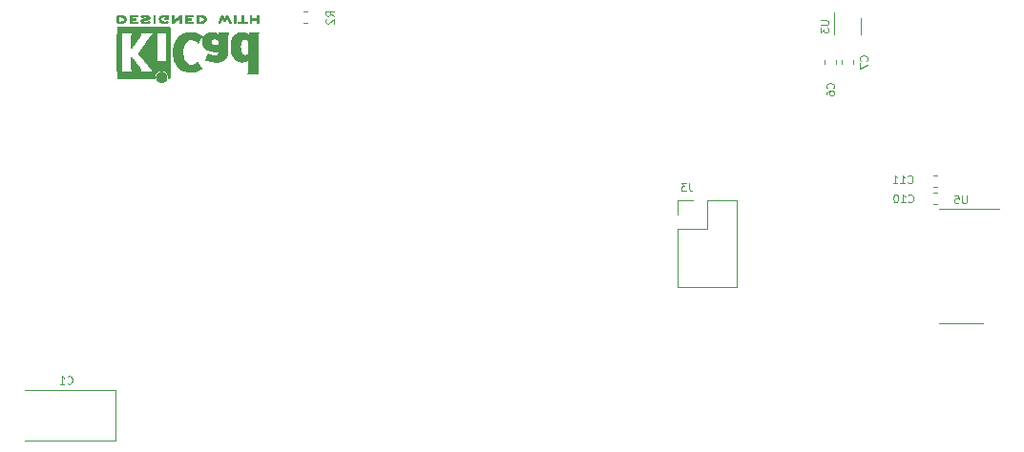
<source format=gbr>
%TF.GenerationSoftware,KiCad,Pcbnew,(5.1.2)-1*%
%TF.CreationDate,2020-09-11T17:40:03+02:00*%
%TF.ProjectId,ArduinoShield_SPIlinedriver_Sync_2V0,41726475-696e-46f5-9368-69656c645f53,3.1*%
%TF.SameCoordinates,Original*%
%TF.FileFunction,Legend,Bot*%
%TF.FilePolarity,Positive*%
%FSLAX46Y46*%
G04 Gerber Fmt 4.6, Leading zero omitted, Abs format (unit mm)*
G04 Created by KiCad (PCBNEW (5.1.2)-1) date 2020-09-11 17:40:03*
%MOMM*%
%LPD*%
G04 APERTURE LIST*
%ADD10C,0.010000*%
%ADD11C,0.100000*%
G04 APERTURE END LIST*
D10*
G36*
X128402823Y-74179467D02*
G01*
X128434202Y-74157224D01*
X128461911Y-74129515D01*
X128461911Y-73820080D01*
X128461838Y-73728201D01*
X128461495Y-73656160D01*
X128460692Y-73601220D01*
X128459241Y-73560640D01*
X128456952Y-73531683D01*
X128453636Y-73511609D01*
X128449105Y-73497679D01*
X128443169Y-73487155D01*
X128438514Y-73480900D01*
X128407783Y-73456327D01*
X128372496Y-73453659D01*
X128340245Y-73468729D01*
X128329588Y-73477626D01*
X128322464Y-73489443D01*
X128318167Y-73508474D01*
X128315991Y-73539008D01*
X128315228Y-73585338D01*
X128315155Y-73621129D01*
X128315155Y-73755955D01*
X127818444Y-73755955D01*
X127818444Y-73633300D01*
X127817931Y-73577213D01*
X127815876Y-73538667D01*
X127811508Y-73512639D01*
X127804056Y-73494103D01*
X127795047Y-73480900D01*
X127764144Y-73456396D01*
X127729196Y-73453494D01*
X127695738Y-73470911D01*
X127686604Y-73480041D01*
X127680152Y-73492145D01*
X127675897Y-73510999D01*
X127673352Y-73540380D01*
X127672029Y-73584063D01*
X127671443Y-73645825D01*
X127671375Y-73660000D01*
X127670891Y-73776369D01*
X127670641Y-73872273D01*
X127670723Y-73949823D01*
X127671231Y-74011131D01*
X127672262Y-74058310D01*
X127673913Y-74093470D01*
X127676279Y-74118724D01*
X127679457Y-74136183D01*
X127683544Y-74147959D01*
X127688634Y-74156165D01*
X127694266Y-74162355D01*
X127726128Y-74182156D01*
X127759357Y-74179467D01*
X127790735Y-74157224D01*
X127803433Y-74142874D01*
X127811526Y-74127022D01*
X127816042Y-74104446D01*
X127818006Y-74069922D01*
X127818444Y-74018224D01*
X127818444Y-73902711D01*
X128315155Y-73902711D01*
X128315155Y-74021244D01*
X128315662Y-74075852D01*
X128317698Y-74112725D01*
X128322035Y-74136693D01*
X128329447Y-74152585D01*
X128337733Y-74162355D01*
X128369594Y-74182156D01*
X128402823Y-74179467D01*
X128402823Y-74179467D01*
G37*
X128402823Y-74179467D02*
X128434202Y-74157224D01*
X128461911Y-74129515D01*
X128461911Y-73820080D01*
X128461838Y-73728201D01*
X128461495Y-73656160D01*
X128460692Y-73601220D01*
X128459241Y-73560640D01*
X128456952Y-73531683D01*
X128453636Y-73511609D01*
X128449105Y-73497679D01*
X128443169Y-73487155D01*
X128438514Y-73480900D01*
X128407783Y-73456327D01*
X128372496Y-73453659D01*
X128340245Y-73468729D01*
X128329588Y-73477626D01*
X128322464Y-73489443D01*
X128318167Y-73508474D01*
X128315991Y-73539008D01*
X128315228Y-73585338D01*
X128315155Y-73621129D01*
X128315155Y-73755955D01*
X127818444Y-73755955D01*
X127818444Y-73633300D01*
X127817931Y-73577213D01*
X127815876Y-73538667D01*
X127811508Y-73512639D01*
X127804056Y-73494103D01*
X127795047Y-73480900D01*
X127764144Y-73456396D01*
X127729196Y-73453494D01*
X127695738Y-73470911D01*
X127686604Y-73480041D01*
X127680152Y-73492145D01*
X127675897Y-73510999D01*
X127673352Y-73540380D01*
X127672029Y-73584063D01*
X127671443Y-73645825D01*
X127671375Y-73660000D01*
X127670891Y-73776369D01*
X127670641Y-73872273D01*
X127670723Y-73949823D01*
X127671231Y-74011131D01*
X127672262Y-74058310D01*
X127673913Y-74093470D01*
X127676279Y-74118724D01*
X127679457Y-74136183D01*
X127683544Y-74147959D01*
X127688634Y-74156165D01*
X127694266Y-74162355D01*
X127726128Y-74182156D01*
X127759357Y-74179467D01*
X127790735Y-74157224D01*
X127803433Y-74142874D01*
X127811526Y-74127022D01*
X127816042Y-74104446D01*
X127818006Y-74069922D01*
X127818444Y-74018224D01*
X127818444Y-73902711D01*
X128315155Y-73902711D01*
X128315155Y-74021244D01*
X128315662Y-74075852D01*
X128317698Y-74112725D01*
X128322035Y-74136693D01*
X128329447Y-74152585D01*
X128337733Y-74162355D01*
X128369594Y-74182156D01*
X128402823Y-74179467D01*
G36*
X127137065Y-74184837D02*
G01*
X127215772Y-74184458D01*
X127276863Y-74183667D01*
X127322817Y-74182330D01*
X127356114Y-74180317D01*
X127379236Y-74177494D01*
X127394662Y-74173731D01*
X127404871Y-74168895D01*
X127409813Y-74165178D01*
X127435457Y-74132642D01*
X127438559Y-74098862D01*
X127422711Y-74068174D01*
X127412348Y-74055911D01*
X127401196Y-74047550D01*
X127385035Y-74042343D01*
X127359642Y-74039543D01*
X127320798Y-74038404D01*
X127264280Y-74038179D01*
X127253180Y-74038178D01*
X127107244Y-74038178D01*
X127107244Y-73767244D01*
X127107148Y-73681846D01*
X127106711Y-73616136D01*
X127105712Y-73567226D01*
X127103928Y-73532227D01*
X127101137Y-73508251D01*
X127097117Y-73492407D01*
X127091645Y-73481809D01*
X127084666Y-73473733D01*
X127051734Y-73453888D01*
X127017354Y-73455452D01*
X126986176Y-73478094D01*
X126983886Y-73480900D01*
X126976429Y-73491508D01*
X126970747Y-73503919D01*
X126966601Y-73521150D01*
X126963750Y-73546216D01*
X126961954Y-73582133D01*
X126960972Y-73631917D01*
X126960564Y-73698583D01*
X126960489Y-73774411D01*
X126960489Y-74038178D01*
X126821127Y-74038178D01*
X126761322Y-74038582D01*
X126719918Y-74040160D01*
X126692748Y-74043453D01*
X126675646Y-74049008D01*
X126664443Y-74057369D01*
X126663083Y-74058822D01*
X126646725Y-74092061D01*
X126648172Y-74129638D01*
X126666978Y-74162355D01*
X126674250Y-74168702D01*
X126683627Y-74173734D01*
X126697609Y-74177604D01*
X126718696Y-74180463D01*
X126749389Y-74182465D01*
X126792189Y-74183761D01*
X126849595Y-74184502D01*
X126924110Y-74184842D01*
X127018233Y-74184932D01*
X127038260Y-74184933D01*
X127137065Y-74184837D01*
X127137065Y-74184837D01*
G37*
X127137065Y-74184837D02*
X127215772Y-74184458D01*
X127276863Y-74183667D01*
X127322817Y-74182330D01*
X127356114Y-74180317D01*
X127379236Y-74177494D01*
X127394662Y-74173731D01*
X127404871Y-74168895D01*
X127409813Y-74165178D01*
X127435457Y-74132642D01*
X127438559Y-74098862D01*
X127422711Y-74068174D01*
X127412348Y-74055911D01*
X127401196Y-74047550D01*
X127385035Y-74042343D01*
X127359642Y-74039543D01*
X127320798Y-74038404D01*
X127264280Y-74038179D01*
X127253180Y-74038178D01*
X127107244Y-74038178D01*
X127107244Y-73767244D01*
X127107148Y-73681846D01*
X127106711Y-73616136D01*
X127105712Y-73567226D01*
X127103928Y-73532227D01*
X127101137Y-73508251D01*
X127097117Y-73492407D01*
X127091645Y-73481809D01*
X127084666Y-73473733D01*
X127051734Y-73453888D01*
X127017354Y-73455452D01*
X126986176Y-73478094D01*
X126983886Y-73480900D01*
X126976429Y-73491508D01*
X126970747Y-73503919D01*
X126966601Y-73521150D01*
X126963750Y-73546216D01*
X126961954Y-73582133D01*
X126960972Y-73631917D01*
X126960564Y-73698583D01*
X126960489Y-73774411D01*
X126960489Y-74038178D01*
X126821127Y-74038178D01*
X126761322Y-74038582D01*
X126719918Y-74040160D01*
X126692748Y-74043453D01*
X126675646Y-74049008D01*
X126664443Y-74057369D01*
X126663083Y-74058822D01*
X126646725Y-74092061D01*
X126648172Y-74129638D01*
X126666978Y-74162355D01*
X126674250Y-74168702D01*
X126683627Y-74173734D01*
X126697609Y-74177604D01*
X126718696Y-74180463D01*
X126749389Y-74182465D01*
X126792189Y-74183761D01*
X126849595Y-74184502D01*
X126924110Y-74184842D01*
X127018233Y-74184932D01*
X127038260Y-74184933D01*
X127137065Y-74184837D01*
G36*
X126362614Y-74178123D02*
G01*
X126386327Y-74163353D01*
X126412978Y-74141773D01*
X126412978Y-73820227D01*
X126412893Y-73726170D01*
X126412529Y-73652068D01*
X126411724Y-73595296D01*
X126410313Y-73553232D01*
X126408133Y-73523252D01*
X126405021Y-73502733D01*
X126400814Y-73489051D01*
X126395348Y-73479584D01*
X126391472Y-73474918D01*
X126360034Y-73454425D01*
X126324233Y-73455261D01*
X126292873Y-73472736D01*
X126266222Y-73494316D01*
X126266222Y-74141773D01*
X126292873Y-74163353D01*
X126318594Y-74179051D01*
X126339600Y-74184933D01*
X126362614Y-74178123D01*
X126362614Y-74178123D01*
G37*
X126362614Y-74178123D02*
X126386327Y-74163353D01*
X126412978Y-74141773D01*
X126412978Y-73820227D01*
X126412893Y-73726170D01*
X126412529Y-73652068D01*
X126411724Y-73595296D01*
X126410313Y-73553232D01*
X126408133Y-73523252D01*
X126405021Y-73502733D01*
X126400814Y-73489051D01*
X126395348Y-73479584D01*
X126391472Y-73474918D01*
X126360034Y-73454425D01*
X126324233Y-73455261D01*
X126292873Y-73472736D01*
X126266222Y-73494316D01*
X126266222Y-74141773D01*
X126292873Y-74163353D01*
X126318594Y-74179051D01*
X126339600Y-74184933D01*
X126362614Y-74178123D01*
G36*
X125918665Y-74182966D02*
G01*
X125938255Y-74175965D01*
X125939010Y-74175623D01*
X125965613Y-74155322D01*
X125980270Y-74134439D01*
X125983138Y-74124648D01*
X125982996Y-74111639D01*
X125978961Y-74093105D01*
X125970146Y-74066743D01*
X125955669Y-74030248D01*
X125934645Y-73981313D01*
X125906188Y-73917635D01*
X125869415Y-73836907D01*
X125849175Y-73792784D01*
X125812625Y-73714015D01*
X125778315Y-73641577D01*
X125747552Y-73578120D01*
X125721648Y-73526292D01*
X125701910Y-73488741D01*
X125689650Y-73468116D01*
X125687224Y-73465267D01*
X125656183Y-73452698D01*
X125621121Y-73454381D01*
X125593000Y-73469668D01*
X125591854Y-73470911D01*
X125580668Y-73487846D01*
X125561904Y-73520830D01*
X125537875Y-73565620D01*
X125510897Y-73617968D01*
X125501201Y-73637258D01*
X125428014Y-73783850D01*
X125348240Y-73624607D01*
X125319767Y-73569585D01*
X125293350Y-73521868D01*
X125271148Y-73485107D01*
X125255319Y-73462956D01*
X125249954Y-73458259D01*
X125208257Y-73451898D01*
X125173849Y-73465267D01*
X125163728Y-73479554D01*
X125146214Y-73511308D01*
X125122735Y-73557403D01*
X125094720Y-73614715D01*
X125063599Y-73680120D01*
X125030799Y-73750493D01*
X124997750Y-73822709D01*
X124965881Y-73893645D01*
X124936619Y-73960175D01*
X124911395Y-74019174D01*
X124891636Y-74067519D01*
X124878772Y-74102085D01*
X124874231Y-74119747D01*
X124874277Y-74120387D01*
X124885326Y-74142612D01*
X124907410Y-74165247D01*
X124908710Y-74166232D01*
X124935853Y-74181575D01*
X124960958Y-74181426D01*
X124970368Y-74178534D01*
X124981834Y-74172282D01*
X124994010Y-74159986D01*
X125008357Y-74139092D01*
X125026336Y-74107051D01*
X125049407Y-74061312D01*
X125079030Y-73999323D01*
X125105745Y-73942102D01*
X125136480Y-73875774D01*
X125164021Y-73816126D01*
X125186938Y-73766275D01*
X125203798Y-73729336D01*
X125213173Y-73708427D01*
X125214540Y-73705155D01*
X125220689Y-73710503D01*
X125234822Y-73732891D01*
X125255057Y-73769054D01*
X125279515Y-73815723D01*
X125289248Y-73834978D01*
X125322217Y-73899996D01*
X125347643Y-73947346D01*
X125367612Y-73979781D01*
X125384210Y-74000054D01*
X125399524Y-74010918D01*
X125415640Y-74015125D01*
X125426143Y-74015600D01*
X125444670Y-74013958D01*
X125460904Y-74007169D01*
X125477035Y-73992434D01*
X125495251Y-73966956D01*
X125517739Y-73927939D01*
X125546689Y-73872586D01*
X125562662Y-73841097D01*
X125588570Y-73790913D01*
X125611167Y-73749296D01*
X125628458Y-73719758D01*
X125638450Y-73705811D01*
X125639809Y-73705230D01*
X125646261Y-73716207D01*
X125660708Y-73744710D01*
X125681703Y-73787756D01*
X125707797Y-73842362D01*
X125737546Y-73905546D01*
X125752180Y-73936929D01*
X125790250Y-74017922D01*
X125820905Y-74080244D01*
X125845737Y-74125929D01*
X125866337Y-74157011D01*
X125884298Y-74175522D01*
X125901210Y-74183496D01*
X125918665Y-74182966D01*
X125918665Y-74182966D01*
G37*
X125918665Y-74182966D02*
X125938255Y-74175965D01*
X125939010Y-74175623D01*
X125965613Y-74155322D01*
X125980270Y-74134439D01*
X125983138Y-74124648D01*
X125982996Y-74111639D01*
X125978961Y-74093105D01*
X125970146Y-74066743D01*
X125955669Y-74030248D01*
X125934645Y-73981313D01*
X125906188Y-73917635D01*
X125869415Y-73836907D01*
X125849175Y-73792784D01*
X125812625Y-73714015D01*
X125778315Y-73641577D01*
X125747552Y-73578120D01*
X125721648Y-73526292D01*
X125701910Y-73488741D01*
X125689650Y-73468116D01*
X125687224Y-73465267D01*
X125656183Y-73452698D01*
X125621121Y-73454381D01*
X125593000Y-73469668D01*
X125591854Y-73470911D01*
X125580668Y-73487846D01*
X125561904Y-73520830D01*
X125537875Y-73565620D01*
X125510897Y-73617968D01*
X125501201Y-73637258D01*
X125428014Y-73783850D01*
X125348240Y-73624607D01*
X125319767Y-73569585D01*
X125293350Y-73521868D01*
X125271148Y-73485107D01*
X125255319Y-73462956D01*
X125249954Y-73458259D01*
X125208257Y-73451898D01*
X125173849Y-73465267D01*
X125163728Y-73479554D01*
X125146214Y-73511308D01*
X125122735Y-73557403D01*
X125094720Y-73614715D01*
X125063599Y-73680120D01*
X125030799Y-73750493D01*
X124997750Y-73822709D01*
X124965881Y-73893645D01*
X124936619Y-73960175D01*
X124911395Y-74019174D01*
X124891636Y-74067519D01*
X124878772Y-74102085D01*
X124874231Y-74119747D01*
X124874277Y-74120387D01*
X124885326Y-74142612D01*
X124907410Y-74165247D01*
X124908710Y-74166232D01*
X124935853Y-74181575D01*
X124960958Y-74181426D01*
X124970368Y-74178534D01*
X124981834Y-74172282D01*
X124994010Y-74159986D01*
X125008357Y-74139092D01*
X125026336Y-74107051D01*
X125049407Y-74061312D01*
X125079030Y-73999323D01*
X125105745Y-73942102D01*
X125136480Y-73875774D01*
X125164021Y-73816126D01*
X125186938Y-73766275D01*
X125203798Y-73729336D01*
X125213173Y-73708427D01*
X125214540Y-73705155D01*
X125220689Y-73710503D01*
X125234822Y-73732891D01*
X125255057Y-73769054D01*
X125279515Y-73815723D01*
X125289248Y-73834978D01*
X125322217Y-73899996D01*
X125347643Y-73947346D01*
X125367612Y-73979781D01*
X125384210Y-74000054D01*
X125399524Y-74010918D01*
X125415640Y-74015125D01*
X125426143Y-74015600D01*
X125444670Y-74013958D01*
X125460904Y-74007169D01*
X125477035Y-73992434D01*
X125495251Y-73966956D01*
X125517739Y-73927939D01*
X125546689Y-73872586D01*
X125562662Y-73841097D01*
X125588570Y-73790913D01*
X125611167Y-73749296D01*
X125628458Y-73719758D01*
X125638450Y-73705811D01*
X125639809Y-73705230D01*
X125646261Y-73716207D01*
X125660708Y-73744710D01*
X125681703Y-73787756D01*
X125707797Y-73842362D01*
X125737546Y-73905546D01*
X125752180Y-73936929D01*
X125790250Y-74017922D01*
X125820905Y-74080244D01*
X125845737Y-74125929D01*
X125866337Y-74157011D01*
X125884298Y-74175522D01*
X125901210Y-74183496D01*
X125918665Y-74182966D01*
G36*
X123192309Y-74184725D02*
G01*
X123321288Y-74180364D01*
X123430991Y-74167139D01*
X123523226Y-74144259D01*
X123599802Y-74110930D01*
X123662527Y-74066362D01*
X123713212Y-74009764D01*
X123753663Y-73940342D01*
X123754459Y-73938649D01*
X123778601Y-73876517D01*
X123787203Y-73821491D01*
X123780231Y-73766113D01*
X123757654Y-73702927D01*
X123753372Y-73693311D01*
X123724172Y-73637034D01*
X123691356Y-73593549D01*
X123649002Y-73556583D01*
X123591190Y-73519865D01*
X123587831Y-73517948D01*
X123537504Y-73493773D01*
X123480621Y-73475718D01*
X123413527Y-73463161D01*
X123332565Y-73455478D01*
X123234082Y-73452047D01*
X123199286Y-73451749D01*
X123033594Y-73451155D01*
X123010197Y-73480900D01*
X123003257Y-73490681D01*
X122997842Y-73502103D01*
X122993765Y-73517905D01*
X122990837Y-73540825D01*
X122988867Y-73573604D01*
X122988225Y-73597911D01*
X123144844Y-73597911D01*
X123238726Y-73597911D01*
X123293664Y-73599517D01*
X123350060Y-73603745D01*
X123396345Y-73609708D01*
X123399139Y-73610210D01*
X123481348Y-73632264D01*
X123545114Y-73665400D01*
X123592452Y-73711153D01*
X123625382Y-73771061D01*
X123631108Y-73786939D01*
X123636721Y-73811667D01*
X123634291Y-73836098D01*
X123622467Y-73868600D01*
X123615340Y-73884566D01*
X123592000Y-73926994D01*
X123563880Y-73956760D01*
X123532940Y-73977489D01*
X123470966Y-74004463D01*
X123391651Y-74024002D01*
X123299253Y-74035254D01*
X123232333Y-74037730D01*
X123144844Y-74038178D01*
X123144844Y-73597911D01*
X122988225Y-73597911D01*
X122987668Y-73618979D01*
X122987050Y-73679689D01*
X122986825Y-73758474D01*
X122986800Y-73820080D01*
X122986800Y-74129515D01*
X123014509Y-74157224D01*
X123026806Y-74168456D01*
X123040103Y-74176147D01*
X123058672Y-74180960D01*
X123086786Y-74183554D01*
X123128717Y-74184590D01*
X123188737Y-74184730D01*
X123192309Y-74184725D01*
X123192309Y-74184725D01*
G37*
X123192309Y-74184725D02*
X123321288Y-74180364D01*
X123430991Y-74167139D01*
X123523226Y-74144259D01*
X123599802Y-74110930D01*
X123662527Y-74066362D01*
X123713212Y-74009764D01*
X123753663Y-73940342D01*
X123754459Y-73938649D01*
X123778601Y-73876517D01*
X123787203Y-73821491D01*
X123780231Y-73766113D01*
X123757654Y-73702927D01*
X123753372Y-73693311D01*
X123724172Y-73637034D01*
X123691356Y-73593549D01*
X123649002Y-73556583D01*
X123591190Y-73519865D01*
X123587831Y-73517948D01*
X123537504Y-73493773D01*
X123480621Y-73475718D01*
X123413527Y-73463161D01*
X123332565Y-73455478D01*
X123234082Y-73452047D01*
X123199286Y-73451749D01*
X123033594Y-73451155D01*
X123010197Y-73480900D01*
X123003257Y-73490681D01*
X122997842Y-73502103D01*
X122993765Y-73517905D01*
X122990837Y-73540825D01*
X122988867Y-73573604D01*
X122988225Y-73597911D01*
X123144844Y-73597911D01*
X123238726Y-73597911D01*
X123293664Y-73599517D01*
X123350060Y-73603745D01*
X123396345Y-73609708D01*
X123399139Y-73610210D01*
X123481348Y-73632264D01*
X123545114Y-73665400D01*
X123592452Y-73711153D01*
X123625382Y-73771061D01*
X123631108Y-73786939D01*
X123636721Y-73811667D01*
X123634291Y-73836098D01*
X123622467Y-73868600D01*
X123615340Y-73884566D01*
X123592000Y-73926994D01*
X123563880Y-73956760D01*
X123532940Y-73977489D01*
X123470966Y-74004463D01*
X123391651Y-74024002D01*
X123299253Y-74035254D01*
X123232333Y-74037730D01*
X123144844Y-74038178D01*
X123144844Y-73597911D01*
X122988225Y-73597911D01*
X122987668Y-73618979D01*
X122987050Y-73679689D01*
X122986825Y-73758474D01*
X122986800Y-73820080D01*
X122986800Y-74129515D01*
X123014509Y-74157224D01*
X123026806Y-74168456D01*
X123040103Y-74176147D01*
X123058672Y-74180960D01*
X123086786Y-74183554D01*
X123128717Y-74184590D01*
X123188737Y-74184730D01*
X123192309Y-74184725D01*
G36*
X122404343Y-74184740D02*
G01*
X122480701Y-74183826D01*
X122539217Y-74181689D01*
X122582255Y-74177825D01*
X122612183Y-74171733D01*
X122631368Y-74162910D01*
X122642176Y-74150854D01*
X122646973Y-74135061D01*
X122648127Y-74115030D01*
X122648133Y-74112665D01*
X122647131Y-74090008D01*
X122642396Y-74072497D01*
X122631333Y-74059426D01*
X122611348Y-74050087D01*
X122579846Y-74043773D01*
X122534232Y-74039778D01*
X122471913Y-74037394D01*
X122390293Y-74035914D01*
X122365277Y-74035586D01*
X122123200Y-74032533D01*
X122119814Y-73967622D01*
X122116429Y-73902711D01*
X122284576Y-73902711D01*
X122350266Y-73902469D01*
X122397172Y-73901444D01*
X122429083Y-73899189D01*
X122449791Y-73895258D01*
X122463084Y-73889202D01*
X122472755Y-73880576D01*
X122472817Y-73880507D01*
X122490356Y-73846888D01*
X122489722Y-73810552D01*
X122471314Y-73779577D01*
X122467671Y-73776393D01*
X122454741Y-73768188D01*
X122437024Y-73762479D01*
X122410570Y-73758838D01*
X122371432Y-73756833D01*
X122315662Y-73756036D01*
X122279994Y-73755955D01*
X122117555Y-73755955D01*
X122117555Y-73597911D01*
X122364161Y-73597911D01*
X122445580Y-73597769D01*
X122507410Y-73597186D01*
X122552637Y-73595932D01*
X122584248Y-73593773D01*
X122605231Y-73590477D01*
X122618573Y-73585811D01*
X122627261Y-73579543D01*
X122629450Y-73577267D01*
X122645614Y-73545720D01*
X122646797Y-73509832D01*
X122633536Y-73478715D01*
X122623043Y-73468729D01*
X122612129Y-73463231D01*
X122595217Y-73458978D01*
X122569633Y-73455820D01*
X122532701Y-73453608D01*
X122481746Y-73452194D01*
X122414094Y-73451428D01*
X122327069Y-73451162D01*
X122307394Y-73451155D01*
X122218911Y-73451213D01*
X122150227Y-73451533D01*
X122098564Y-73452333D01*
X122061145Y-73453833D01*
X122035190Y-73456251D01*
X122017922Y-73459806D01*
X122006562Y-73464718D01*
X121998332Y-73471205D01*
X121993817Y-73475862D01*
X121987021Y-73484111D01*
X121981712Y-73494331D01*
X121977706Y-73509200D01*
X121974821Y-73531398D01*
X121972874Y-73563607D01*
X121971681Y-73608504D01*
X121971061Y-73668772D01*
X121970829Y-73747089D01*
X121970800Y-73813006D01*
X121970871Y-73905372D01*
X121971208Y-73977883D01*
X121971998Y-74033263D01*
X121973426Y-74074235D01*
X121975679Y-74103522D01*
X121978943Y-74123847D01*
X121983404Y-74137934D01*
X121989248Y-74148505D01*
X121994197Y-74155189D01*
X122017594Y-74184933D01*
X122307774Y-74184933D01*
X122404343Y-74184740D01*
X122404343Y-74184740D01*
G37*
X122404343Y-74184740D02*
X122480701Y-74183826D01*
X122539217Y-74181689D01*
X122582255Y-74177825D01*
X122612183Y-74171733D01*
X122631368Y-74162910D01*
X122642176Y-74150854D01*
X122646973Y-74135061D01*
X122648127Y-74115030D01*
X122648133Y-74112665D01*
X122647131Y-74090008D01*
X122642396Y-74072497D01*
X122631333Y-74059426D01*
X122611348Y-74050087D01*
X122579846Y-74043773D01*
X122534232Y-74039778D01*
X122471913Y-74037394D01*
X122390293Y-74035914D01*
X122365277Y-74035586D01*
X122123200Y-74032533D01*
X122119814Y-73967622D01*
X122116429Y-73902711D01*
X122284576Y-73902711D01*
X122350266Y-73902469D01*
X122397172Y-73901444D01*
X122429083Y-73899189D01*
X122449791Y-73895258D01*
X122463084Y-73889202D01*
X122472755Y-73880576D01*
X122472817Y-73880507D01*
X122490356Y-73846888D01*
X122489722Y-73810552D01*
X122471314Y-73779577D01*
X122467671Y-73776393D01*
X122454741Y-73768188D01*
X122437024Y-73762479D01*
X122410570Y-73758838D01*
X122371432Y-73756833D01*
X122315662Y-73756036D01*
X122279994Y-73755955D01*
X122117555Y-73755955D01*
X122117555Y-73597911D01*
X122364161Y-73597911D01*
X122445580Y-73597769D01*
X122507410Y-73597186D01*
X122552637Y-73595932D01*
X122584248Y-73593773D01*
X122605231Y-73590477D01*
X122618573Y-73585811D01*
X122627261Y-73579543D01*
X122629450Y-73577267D01*
X122645614Y-73545720D01*
X122646797Y-73509832D01*
X122633536Y-73478715D01*
X122623043Y-73468729D01*
X122612129Y-73463231D01*
X122595217Y-73458978D01*
X122569633Y-73455820D01*
X122532701Y-73453608D01*
X122481746Y-73452194D01*
X122414094Y-73451428D01*
X122327069Y-73451162D01*
X122307394Y-73451155D01*
X122218911Y-73451213D01*
X122150227Y-73451533D01*
X122098564Y-73452333D01*
X122061145Y-73453833D01*
X122035190Y-73456251D01*
X122017922Y-73459806D01*
X122006562Y-73464718D01*
X121998332Y-73471205D01*
X121993817Y-73475862D01*
X121987021Y-73484111D01*
X121981712Y-73494331D01*
X121977706Y-73509200D01*
X121974821Y-73531398D01*
X121972874Y-73563607D01*
X121971681Y-73608504D01*
X121971061Y-73668772D01*
X121970829Y-73747089D01*
X121970800Y-73813006D01*
X121970871Y-73905372D01*
X121971208Y-73977883D01*
X121971998Y-74033263D01*
X121973426Y-74074235D01*
X121975679Y-74103522D01*
X121978943Y-74123847D01*
X121983404Y-74137934D01*
X121989248Y-74148505D01*
X121994197Y-74155189D01*
X122017594Y-74184933D01*
X122307774Y-74184933D01*
X122404343Y-74184740D01*
G36*
X120873886Y-74180552D02*
G01*
X120897452Y-74166727D01*
X120928265Y-74144119D01*
X120967922Y-74111662D01*
X121018020Y-74068292D01*
X121080157Y-74012942D01*
X121155928Y-73944549D01*
X121242666Y-73865916D01*
X121423289Y-73702122D01*
X121428933Y-73921971D01*
X121430971Y-73997649D01*
X121432937Y-74054006D01*
X121435266Y-74094294D01*
X121438394Y-74121765D01*
X121442755Y-74139671D01*
X121448784Y-74151263D01*
X121456916Y-74159792D01*
X121461228Y-74163377D01*
X121495759Y-74182330D01*
X121528617Y-74179559D01*
X121554682Y-74163367D01*
X121581333Y-74141801D01*
X121584648Y-73826849D01*
X121585565Y-73734221D01*
X121586032Y-73661456D01*
X121585887Y-73605839D01*
X121584968Y-73564658D01*
X121583113Y-73535197D01*
X121580161Y-73514745D01*
X121575950Y-73500587D01*
X121570318Y-73490009D01*
X121564073Y-73481526D01*
X121550561Y-73465793D01*
X121537117Y-73455364D01*
X121521876Y-73451361D01*
X121502974Y-73454906D01*
X121478545Y-73467121D01*
X121446727Y-73489129D01*
X121405652Y-73522051D01*
X121353458Y-73567009D01*
X121288278Y-73625125D01*
X121214444Y-73691901D01*
X120949155Y-73932542D01*
X120943511Y-73713411D01*
X120941469Y-73637872D01*
X120939498Y-73581646D01*
X120937161Y-73541476D01*
X120934019Y-73514104D01*
X120929636Y-73496272D01*
X120923576Y-73484721D01*
X120915400Y-73476193D01*
X120911216Y-73472718D01*
X120874235Y-73453628D01*
X120839292Y-73456507D01*
X120808864Y-73480900D01*
X120801903Y-73490714D01*
X120796477Y-73502174D01*
X120792397Y-73518032D01*
X120789471Y-73541037D01*
X120787508Y-73573938D01*
X120786317Y-73619484D01*
X120785708Y-73680427D01*
X120785489Y-73759514D01*
X120785466Y-73818044D01*
X120785540Y-73909593D01*
X120785887Y-73981313D01*
X120786699Y-74035955D01*
X120788167Y-74076268D01*
X120790481Y-74105002D01*
X120793833Y-74124907D01*
X120798412Y-74138732D01*
X120804411Y-74149228D01*
X120808864Y-74155189D01*
X120820150Y-74169309D01*
X120830699Y-74179971D01*
X120842107Y-74186108D01*
X120855970Y-74186657D01*
X120873886Y-74180552D01*
X120873886Y-74180552D01*
G37*
X120873886Y-74180552D02*
X120897452Y-74166727D01*
X120928265Y-74144119D01*
X120967922Y-74111662D01*
X121018020Y-74068292D01*
X121080157Y-74012942D01*
X121155928Y-73944549D01*
X121242666Y-73865916D01*
X121423289Y-73702122D01*
X121428933Y-73921971D01*
X121430971Y-73997649D01*
X121432937Y-74054006D01*
X121435266Y-74094294D01*
X121438394Y-74121765D01*
X121442755Y-74139671D01*
X121448784Y-74151263D01*
X121456916Y-74159792D01*
X121461228Y-74163377D01*
X121495759Y-74182330D01*
X121528617Y-74179559D01*
X121554682Y-74163367D01*
X121581333Y-74141801D01*
X121584648Y-73826849D01*
X121585565Y-73734221D01*
X121586032Y-73661456D01*
X121585887Y-73605839D01*
X121584968Y-73564658D01*
X121583113Y-73535197D01*
X121580161Y-73514745D01*
X121575950Y-73500587D01*
X121570318Y-73490009D01*
X121564073Y-73481526D01*
X121550561Y-73465793D01*
X121537117Y-73455364D01*
X121521876Y-73451361D01*
X121502974Y-73454906D01*
X121478545Y-73467121D01*
X121446727Y-73489129D01*
X121405652Y-73522051D01*
X121353458Y-73567009D01*
X121288278Y-73625125D01*
X121214444Y-73691901D01*
X120949155Y-73932542D01*
X120943511Y-73713411D01*
X120941469Y-73637872D01*
X120939498Y-73581646D01*
X120937161Y-73541476D01*
X120934019Y-73514104D01*
X120929636Y-73496272D01*
X120923576Y-73484721D01*
X120915400Y-73476193D01*
X120911216Y-73472718D01*
X120874235Y-73453628D01*
X120839292Y-73456507D01*
X120808864Y-73480900D01*
X120801903Y-73490714D01*
X120796477Y-73502174D01*
X120792397Y-73518032D01*
X120789471Y-73541037D01*
X120787508Y-73573938D01*
X120786317Y-73619484D01*
X120785708Y-73680427D01*
X120785489Y-73759514D01*
X120785466Y-73818044D01*
X120785540Y-73909593D01*
X120785887Y-73981313D01*
X120786699Y-74035955D01*
X120788167Y-74076268D01*
X120790481Y-74105002D01*
X120793833Y-74124907D01*
X120798412Y-74138732D01*
X120804411Y-74149228D01*
X120808864Y-74155189D01*
X120820150Y-74169309D01*
X120830699Y-74179971D01*
X120842107Y-74186108D01*
X120855970Y-74186657D01*
X120873886Y-74180552D01*
G36*
X120223919Y-74179401D02*
G01*
X120292435Y-74167905D01*
X120345057Y-74150033D01*
X120379292Y-74126501D01*
X120388621Y-74113076D01*
X120398107Y-74081852D01*
X120391723Y-74053605D01*
X120371570Y-74026818D01*
X120340255Y-74014287D01*
X120294817Y-74015304D01*
X120259674Y-74022094D01*
X120181581Y-74035029D01*
X120101774Y-74036258D01*
X120012445Y-74025759D01*
X119987771Y-74021310D01*
X119904709Y-73997892D01*
X119839727Y-73963055D01*
X119793539Y-73917396D01*
X119766855Y-73861506D01*
X119761337Y-73832612D01*
X119764949Y-73773988D01*
X119788271Y-73722121D01*
X119829176Y-73678022D01*
X119885541Y-73642701D01*
X119955240Y-73617171D01*
X120036148Y-73602441D01*
X120126140Y-73599522D01*
X120223090Y-73609425D01*
X120228564Y-73610359D01*
X120267125Y-73617541D01*
X120288506Y-73624479D01*
X120297773Y-73634773D01*
X120299994Y-73652024D01*
X120300044Y-73661159D01*
X120300044Y-73699511D01*
X120231569Y-73699511D01*
X120171100Y-73703653D01*
X120129835Y-73716853D01*
X120105825Y-73740270D01*
X120097123Y-73775064D01*
X120097017Y-73779606D01*
X120102108Y-73809346D01*
X120119567Y-73830581D01*
X120152061Y-73844634D01*
X120202257Y-73852827D01*
X120250877Y-73855839D01*
X120321544Y-73857567D01*
X120372802Y-73854930D01*
X120407761Y-73845200D01*
X120429530Y-73825647D01*
X120441220Y-73793544D01*
X120445940Y-73746162D01*
X120446800Y-73683929D01*
X120445391Y-73614465D01*
X120441152Y-73567214D01*
X120434064Y-73541988D01*
X120432689Y-73540012D01*
X120393772Y-73508492D01*
X120336714Y-73483530D01*
X120265131Y-73465660D01*
X120182642Y-73455414D01*
X120092861Y-73453327D01*
X119999408Y-73459932D01*
X119944444Y-73468044D01*
X119858234Y-73492446D01*
X119778108Y-73532338D01*
X119711023Y-73584113D01*
X119700827Y-73594461D01*
X119667698Y-73637965D01*
X119637806Y-73691882D01*
X119614643Y-73748408D01*
X119601702Y-73799741D01*
X119600142Y-73819456D01*
X119606782Y-73860581D01*
X119624432Y-73911748D01*
X119649703Y-73965606D01*
X119679211Y-74014805D01*
X119705281Y-74047666D01*
X119766235Y-74096548D01*
X119845031Y-74135455D01*
X119938843Y-74163506D01*
X120044850Y-74179821D01*
X120142000Y-74183808D01*
X120223919Y-74179401D01*
X120223919Y-74179401D01*
G37*
X120223919Y-74179401D02*
X120292435Y-74167905D01*
X120345057Y-74150033D01*
X120379292Y-74126501D01*
X120388621Y-74113076D01*
X120398107Y-74081852D01*
X120391723Y-74053605D01*
X120371570Y-74026818D01*
X120340255Y-74014287D01*
X120294817Y-74015304D01*
X120259674Y-74022094D01*
X120181581Y-74035029D01*
X120101774Y-74036258D01*
X120012445Y-74025759D01*
X119987771Y-74021310D01*
X119904709Y-73997892D01*
X119839727Y-73963055D01*
X119793539Y-73917396D01*
X119766855Y-73861506D01*
X119761337Y-73832612D01*
X119764949Y-73773988D01*
X119788271Y-73722121D01*
X119829176Y-73678022D01*
X119885541Y-73642701D01*
X119955240Y-73617171D01*
X120036148Y-73602441D01*
X120126140Y-73599522D01*
X120223090Y-73609425D01*
X120228564Y-73610359D01*
X120267125Y-73617541D01*
X120288506Y-73624479D01*
X120297773Y-73634773D01*
X120299994Y-73652024D01*
X120300044Y-73661159D01*
X120300044Y-73699511D01*
X120231569Y-73699511D01*
X120171100Y-73703653D01*
X120129835Y-73716853D01*
X120105825Y-73740270D01*
X120097123Y-73775064D01*
X120097017Y-73779606D01*
X120102108Y-73809346D01*
X120119567Y-73830581D01*
X120152061Y-73844634D01*
X120202257Y-73852827D01*
X120250877Y-73855839D01*
X120321544Y-73857567D01*
X120372802Y-73854930D01*
X120407761Y-73845200D01*
X120429530Y-73825647D01*
X120441220Y-73793544D01*
X120445940Y-73746162D01*
X120446800Y-73683929D01*
X120445391Y-73614465D01*
X120441152Y-73567214D01*
X120434064Y-73541988D01*
X120432689Y-73540012D01*
X120393772Y-73508492D01*
X120336714Y-73483530D01*
X120265131Y-73465660D01*
X120182642Y-73455414D01*
X120092861Y-73453327D01*
X119999408Y-73459932D01*
X119944444Y-73468044D01*
X119858234Y-73492446D01*
X119778108Y-73532338D01*
X119711023Y-73584113D01*
X119700827Y-73594461D01*
X119667698Y-73637965D01*
X119637806Y-73691882D01*
X119614643Y-73748408D01*
X119601702Y-73799741D01*
X119600142Y-73819456D01*
X119606782Y-73860581D01*
X119624432Y-73911748D01*
X119649703Y-73965606D01*
X119679211Y-74014805D01*
X119705281Y-74047666D01*
X119766235Y-74096548D01*
X119845031Y-74135455D01*
X119938843Y-74163506D01*
X120044850Y-74179821D01*
X120142000Y-74183808D01*
X120223919Y-74179401D01*
G36*
X119250178Y-74162355D02*
G01*
X119256758Y-74154782D01*
X119261921Y-74145013D01*
X119265836Y-74130429D01*
X119268676Y-74108415D01*
X119270613Y-74076352D01*
X119271817Y-74031625D01*
X119272461Y-73971615D01*
X119272716Y-73893706D01*
X119272755Y-73818044D01*
X119272686Y-73724198D01*
X119272362Y-73650311D01*
X119271614Y-73593768D01*
X119270268Y-73551951D01*
X119268154Y-73522243D01*
X119265100Y-73502027D01*
X119260934Y-73488686D01*
X119255484Y-73479602D01*
X119250178Y-73473733D01*
X119217174Y-73454053D01*
X119182009Y-73455819D01*
X119150545Y-73477283D01*
X119143316Y-73485663D01*
X119137666Y-73495386D01*
X119133401Y-73509139D01*
X119130327Y-73529611D01*
X119128248Y-73559488D01*
X119126970Y-73601459D01*
X119126299Y-73658211D01*
X119126041Y-73732433D01*
X119126000Y-73816463D01*
X119126000Y-74129515D01*
X119153709Y-74157224D01*
X119187863Y-74180537D01*
X119220994Y-74181377D01*
X119250178Y-74162355D01*
X119250178Y-74162355D01*
G37*
X119250178Y-74162355D02*
X119256758Y-74154782D01*
X119261921Y-74145013D01*
X119265836Y-74130429D01*
X119268676Y-74108415D01*
X119270613Y-74076352D01*
X119271817Y-74031625D01*
X119272461Y-73971615D01*
X119272716Y-73893706D01*
X119272755Y-73818044D01*
X119272686Y-73724198D01*
X119272362Y-73650311D01*
X119271614Y-73593768D01*
X119270268Y-73551951D01*
X119268154Y-73522243D01*
X119265100Y-73502027D01*
X119260934Y-73488686D01*
X119255484Y-73479602D01*
X119250178Y-73473733D01*
X119217174Y-73454053D01*
X119182009Y-73455819D01*
X119150545Y-73477283D01*
X119143316Y-73485663D01*
X119137666Y-73495386D01*
X119133401Y-73509139D01*
X119130327Y-73529611D01*
X119128248Y-73559488D01*
X119126970Y-73601459D01*
X119126299Y-73658211D01*
X119126041Y-73732433D01*
X119126000Y-73816463D01*
X119126000Y-74129515D01*
X119153709Y-74157224D01*
X119187863Y-74180537D01*
X119220994Y-74181377D01*
X119250178Y-74162355D01*
G36*
X118482297Y-74183649D02*
G01*
X118557112Y-74178419D01*
X118626694Y-74170250D01*
X118686998Y-74159450D01*
X118733980Y-74146327D01*
X118763594Y-74131187D01*
X118768140Y-74126731D01*
X118783946Y-74092150D01*
X118779153Y-74056649D01*
X118754636Y-74026275D01*
X118753466Y-74025404D01*
X118739046Y-74016046D01*
X118723992Y-74011124D01*
X118702995Y-74010527D01*
X118670743Y-74014139D01*
X118621927Y-74021846D01*
X118618000Y-74022495D01*
X118545261Y-74031431D01*
X118466783Y-74035839D01*
X118388073Y-74035881D01*
X118314639Y-74031721D01*
X118251989Y-74023521D01*
X118205630Y-74011443D01*
X118202584Y-74010229D01*
X118168952Y-73991385D01*
X118157136Y-73972315D01*
X118166386Y-73953561D01*
X118195953Y-73935663D01*
X118245089Y-73919163D01*
X118313043Y-73904604D01*
X118358355Y-73897594D01*
X118452544Y-73884111D01*
X118527456Y-73871786D01*
X118586283Y-73859551D01*
X118632215Y-73846339D01*
X118668445Y-73831083D01*
X118698162Y-73812715D01*
X118724558Y-73790169D01*
X118745770Y-73768029D01*
X118770935Y-73737181D01*
X118783319Y-73710655D01*
X118787192Y-73677974D01*
X118787333Y-73666005D01*
X118784424Y-73626288D01*
X118772798Y-73596741D01*
X118752677Y-73570514D01*
X118711784Y-73530424D01*
X118666183Y-73499851D01*
X118612487Y-73477797D01*
X118547308Y-73463265D01*
X118467256Y-73455259D01*
X118368943Y-73452782D01*
X118352711Y-73452823D01*
X118287151Y-73454182D01*
X118222134Y-73457270D01*
X118164748Y-73461644D01*
X118122078Y-73466860D01*
X118118628Y-73467459D01*
X118076204Y-73477509D01*
X118040220Y-73490204D01*
X118019850Y-73501810D01*
X118000893Y-73532428D01*
X117999573Y-73568082D01*
X118015915Y-73599856D01*
X118019571Y-73603449D01*
X118034685Y-73614124D01*
X118053585Y-73618724D01*
X118082838Y-73617941D01*
X118118349Y-73613873D01*
X118158030Y-73610238D01*
X118213655Y-73607172D01*
X118278594Y-73604947D01*
X118346215Y-73603836D01*
X118364000Y-73603763D01*
X118431872Y-73604036D01*
X118481546Y-73605354D01*
X118517390Y-73608173D01*
X118543776Y-73612950D01*
X118565074Y-73620143D01*
X118577874Y-73626133D01*
X118606000Y-73642767D01*
X118623932Y-73657832D01*
X118626553Y-73662103D01*
X118621024Y-73679737D01*
X118594740Y-73696808D01*
X118549522Y-73712542D01*
X118487192Y-73726162D01*
X118468829Y-73729196D01*
X118372910Y-73744262D01*
X118296359Y-73756854D01*
X118236220Y-73767889D01*
X118189540Y-73778280D01*
X118153363Y-73788944D01*
X118124735Y-73800795D01*
X118100702Y-73814749D01*
X118078308Y-73831719D01*
X118054598Y-73852622D01*
X118046620Y-73859951D01*
X118018647Y-73887301D01*
X118003840Y-73908971D01*
X117998048Y-73933768D01*
X117997111Y-73965017D01*
X118007425Y-74026295D01*
X118038248Y-74078360D01*
X118089405Y-74121042D01*
X118160717Y-74154175D01*
X118211600Y-74169036D01*
X118266900Y-74178634D01*
X118333147Y-74184064D01*
X118406294Y-74185633D01*
X118482297Y-74183649D01*
X118482297Y-74183649D01*
G37*
X118482297Y-74183649D02*
X118557112Y-74178419D01*
X118626694Y-74170250D01*
X118686998Y-74159450D01*
X118733980Y-74146327D01*
X118763594Y-74131187D01*
X118768140Y-74126731D01*
X118783946Y-74092150D01*
X118779153Y-74056649D01*
X118754636Y-74026275D01*
X118753466Y-74025404D01*
X118739046Y-74016046D01*
X118723992Y-74011124D01*
X118702995Y-74010527D01*
X118670743Y-74014139D01*
X118621927Y-74021846D01*
X118618000Y-74022495D01*
X118545261Y-74031431D01*
X118466783Y-74035839D01*
X118388073Y-74035881D01*
X118314639Y-74031721D01*
X118251989Y-74023521D01*
X118205630Y-74011443D01*
X118202584Y-74010229D01*
X118168952Y-73991385D01*
X118157136Y-73972315D01*
X118166386Y-73953561D01*
X118195953Y-73935663D01*
X118245089Y-73919163D01*
X118313043Y-73904604D01*
X118358355Y-73897594D01*
X118452544Y-73884111D01*
X118527456Y-73871786D01*
X118586283Y-73859551D01*
X118632215Y-73846339D01*
X118668445Y-73831083D01*
X118698162Y-73812715D01*
X118724558Y-73790169D01*
X118745770Y-73768029D01*
X118770935Y-73737181D01*
X118783319Y-73710655D01*
X118787192Y-73677974D01*
X118787333Y-73666005D01*
X118784424Y-73626288D01*
X118772798Y-73596741D01*
X118752677Y-73570514D01*
X118711784Y-73530424D01*
X118666183Y-73499851D01*
X118612487Y-73477797D01*
X118547308Y-73463265D01*
X118467256Y-73455259D01*
X118368943Y-73452782D01*
X118352711Y-73452823D01*
X118287151Y-73454182D01*
X118222134Y-73457270D01*
X118164748Y-73461644D01*
X118122078Y-73466860D01*
X118118628Y-73467459D01*
X118076204Y-73477509D01*
X118040220Y-73490204D01*
X118019850Y-73501810D01*
X118000893Y-73532428D01*
X117999573Y-73568082D01*
X118015915Y-73599856D01*
X118019571Y-73603449D01*
X118034685Y-73614124D01*
X118053585Y-73618724D01*
X118082838Y-73617941D01*
X118118349Y-73613873D01*
X118158030Y-73610238D01*
X118213655Y-73607172D01*
X118278594Y-73604947D01*
X118346215Y-73603836D01*
X118364000Y-73603763D01*
X118431872Y-73604036D01*
X118481546Y-73605354D01*
X118517390Y-73608173D01*
X118543776Y-73612950D01*
X118565074Y-73620143D01*
X118577874Y-73626133D01*
X118606000Y-73642767D01*
X118623932Y-73657832D01*
X118626553Y-73662103D01*
X118621024Y-73679737D01*
X118594740Y-73696808D01*
X118549522Y-73712542D01*
X118487192Y-73726162D01*
X118468829Y-73729196D01*
X118372910Y-73744262D01*
X118296359Y-73756854D01*
X118236220Y-73767889D01*
X118189540Y-73778280D01*
X118153363Y-73788944D01*
X118124735Y-73800795D01*
X118100702Y-73814749D01*
X118078308Y-73831719D01*
X118054598Y-73852622D01*
X118046620Y-73859951D01*
X118018647Y-73887301D01*
X118003840Y-73908971D01*
X117998048Y-73933768D01*
X117997111Y-73965017D01*
X118007425Y-74026295D01*
X118038248Y-74078360D01*
X118089405Y-74121042D01*
X118160717Y-74154175D01*
X118211600Y-74169036D01*
X118266900Y-74178634D01*
X118333147Y-74184064D01*
X118406294Y-74185633D01*
X118482297Y-74183649D01*
G36*
X117461206Y-74184854D02*
G01*
X117530614Y-74184482D01*
X117583003Y-74183615D01*
X117621153Y-74182054D01*
X117647841Y-74179597D01*
X117665847Y-74176043D01*
X117677951Y-74171190D01*
X117686931Y-74164839D01*
X117690182Y-74161916D01*
X117709957Y-74130858D01*
X117713518Y-74095172D01*
X117700509Y-74063490D01*
X117694494Y-74057087D01*
X117684765Y-74050879D01*
X117669099Y-74046090D01*
X117644592Y-74042486D01*
X117608339Y-74039836D01*
X117557435Y-74037905D01*
X117488974Y-74036461D01*
X117426383Y-74035582D01*
X117178666Y-74032533D01*
X117175281Y-73967622D01*
X117171895Y-73902711D01*
X117340042Y-73902711D01*
X117413041Y-73902081D01*
X117466483Y-73899447D01*
X117503372Y-73893691D01*
X117526712Y-73883696D01*
X117539506Y-73868344D01*
X117544758Y-73846518D01*
X117545555Y-73826262D01*
X117543077Y-73801408D01*
X117533723Y-73783094D01*
X117514617Y-73770363D01*
X117482882Y-73762259D01*
X117435641Y-73757824D01*
X117370017Y-73756101D01*
X117334199Y-73755955D01*
X117173022Y-73755955D01*
X117173022Y-73597911D01*
X117421378Y-73597911D01*
X117502787Y-73597798D01*
X117564658Y-73597288D01*
X117610032Y-73596130D01*
X117641946Y-73594070D01*
X117663441Y-73590854D01*
X117677557Y-73586228D01*
X117687332Y-73579941D01*
X117692311Y-73575333D01*
X117709390Y-73548440D01*
X117714889Y-73524533D01*
X117707037Y-73495333D01*
X117692311Y-73473733D01*
X117684454Y-73466934D01*
X117674312Y-73461654D01*
X117659156Y-73457702D01*
X117636259Y-73454887D01*
X117602891Y-73453018D01*
X117556325Y-73451902D01*
X117493833Y-73451349D01*
X117412686Y-73451167D01*
X117370578Y-73451155D01*
X117280402Y-73451235D01*
X117210076Y-73451602D01*
X117156871Y-73452448D01*
X117118060Y-73453964D01*
X117090913Y-73456341D01*
X117072702Y-73459771D01*
X117060700Y-73464446D01*
X117052178Y-73470556D01*
X117048844Y-73473733D01*
X117042245Y-73481330D01*
X117037073Y-73491130D01*
X117033154Y-73505761D01*
X117030316Y-73527848D01*
X117028385Y-73560018D01*
X117027188Y-73604897D01*
X117026552Y-73665111D01*
X117026303Y-73743287D01*
X117026266Y-73816077D01*
X117026300Y-73909293D01*
X117026535Y-73982569D01*
X117027170Y-74038542D01*
X117028406Y-74079849D01*
X117030444Y-74109128D01*
X117033483Y-74129016D01*
X117037723Y-74142150D01*
X117043365Y-74151168D01*
X117050609Y-74158707D01*
X117052394Y-74160388D01*
X117061055Y-74167828D01*
X117071118Y-74173591D01*
X117085375Y-74177888D01*
X117106617Y-74180936D01*
X117137636Y-74182949D01*
X117181223Y-74184140D01*
X117240169Y-74184725D01*
X117317266Y-74184917D01*
X117371999Y-74184933D01*
X117461206Y-74184854D01*
X117461206Y-74184854D01*
G37*
X117461206Y-74184854D02*
X117530614Y-74184482D01*
X117583003Y-74183615D01*
X117621153Y-74182054D01*
X117647841Y-74179597D01*
X117665847Y-74176043D01*
X117677951Y-74171190D01*
X117686931Y-74164839D01*
X117690182Y-74161916D01*
X117709957Y-74130858D01*
X117713518Y-74095172D01*
X117700509Y-74063490D01*
X117694494Y-74057087D01*
X117684765Y-74050879D01*
X117669099Y-74046090D01*
X117644592Y-74042486D01*
X117608339Y-74039836D01*
X117557435Y-74037905D01*
X117488974Y-74036461D01*
X117426383Y-74035582D01*
X117178666Y-74032533D01*
X117175281Y-73967622D01*
X117171895Y-73902711D01*
X117340042Y-73902711D01*
X117413041Y-73902081D01*
X117466483Y-73899447D01*
X117503372Y-73893691D01*
X117526712Y-73883696D01*
X117539506Y-73868344D01*
X117544758Y-73846518D01*
X117545555Y-73826262D01*
X117543077Y-73801408D01*
X117533723Y-73783094D01*
X117514617Y-73770363D01*
X117482882Y-73762259D01*
X117435641Y-73757824D01*
X117370017Y-73756101D01*
X117334199Y-73755955D01*
X117173022Y-73755955D01*
X117173022Y-73597911D01*
X117421378Y-73597911D01*
X117502787Y-73597798D01*
X117564658Y-73597288D01*
X117610032Y-73596130D01*
X117641946Y-73594070D01*
X117663441Y-73590854D01*
X117677557Y-73586228D01*
X117687332Y-73579941D01*
X117692311Y-73575333D01*
X117709390Y-73548440D01*
X117714889Y-73524533D01*
X117707037Y-73495333D01*
X117692311Y-73473733D01*
X117684454Y-73466934D01*
X117674312Y-73461654D01*
X117659156Y-73457702D01*
X117636259Y-73454887D01*
X117602891Y-73453018D01*
X117556325Y-73451902D01*
X117493833Y-73451349D01*
X117412686Y-73451167D01*
X117370578Y-73451155D01*
X117280402Y-73451235D01*
X117210076Y-73451602D01*
X117156871Y-73452448D01*
X117118060Y-73453964D01*
X117090913Y-73456341D01*
X117072702Y-73459771D01*
X117060700Y-73464446D01*
X117052178Y-73470556D01*
X117048844Y-73473733D01*
X117042245Y-73481330D01*
X117037073Y-73491130D01*
X117033154Y-73505761D01*
X117030316Y-73527848D01*
X117028385Y-73560018D01*
X117027188Y-73604897D01*
X117026552Y-73665111D01*
X117026303Y-73743287D01*
X117026266Y-73816077D01*
X117026300Y-73909293D01*
X117026535Y-73982569D01*
X117027170Y-74038542D01*
X117028406Y-74079849D01*
X117030444Y-74109128D01*
X117033483Y-74129016D01*
X117037723Y-74142150D01*
X117043365Y-74151168D01*
X117050609Y-74158707D01*
X117052394Y-74160388D01*
X117061055Y-74167828D01*
X117071118Y-74173591D01*
X117085375Y-74177888D01*
X117106617Y-74180936D01*
X117137636Y-74182949D01*
X117181223Y-74184140D01*
X117240169Y-74184725D01*
X117317266Y-74184917D01*
X117371999Y-74184933D01*
X117461206Y-74184854D01*
G36*
X116052629Y-74184934D02*
G01*
X116092111Y-74184533D01*
X116207800Y-74181741D01*
X116304689Y-74173450D01*
X116386081Y-74158768D01*
X116455277Y-74136807D01*
X116515580Y-74106678D01*
X116570292Y-74067490D01*
X116589833Y-74050468D01*
X116622250Y-74010637D01*
X116651480Y-73956587D01*
X116674009Y-73896677D01*
X116686321Y-73839261D01*
X116687600Y-73818044D01*
X116679583Y-73759231D01*
X116658101Y-73694987D01*
X116627001Y-73634179D01*
X116590134Y-73585670D01*
X116584146Y-73579818D01*
X116533421Y-73538679D01*
X116477875Y-73506565D01*
X116414304Y-73482635D01*
X116339506Y-73466047D01*
X116250278Y-73455959D01*
X116143418Y-73451531D01*
X116094472Y-73451155D01*
X116032238Y-73451455D01*
X115988472Y-73452708D01*
X115959069Y-73455446D01*
X115939921Y-73460199D01*
X115926923Y-73467499D01*
X115919955Y-73473733D01*
X115913374Y-73481306D01*
X115908212Y-73491076D01*
X115904297Y-73505660D01*
X115901457Y-73527674D01*
X115899520Y-73559736D01*
X115898316Y-73604464D01*
X115897672Y-73664474D01*
X115897417Y-73742383D01*
X115897378Y-73818044D01*
X115897130Y-73918959D01*
X115897183Y-73999573D01*
X115898143Y-74038178D01*
X116044133Y-74038178D01*
X116044133Y-73597911D01*
X116137266Y-73597996D01*
X116193307Y-73599604D01*
X116252001Y-73603744D01*
X116300972Y-73609536D01*
X116302462Y-73609774D01*
X116381608Y-73628910D01*
X116442998Y-73658713D01*
X116489695Y-73701122D01*
X116519365Y-73747039D01*
X116537647Y-73797974D01*
X116536229Y-73845800D01*
X116515012Y-73897067D01*
X116473511Y-73950101D01*
X116416002Y-73989400D01*
X116341250Y-74015669D01*
X116291292Y-74024965D01*
X116234584Y-74031493D01*
X116174481Y-74036218D01*
X116123361Y-74038183D01*
X116120333Y-74038192D01*
X116044133Y-74038178D01*
X115898143Y-74038178D01*
X115898740Y-74062149D01*
X115903002Y-74108945D01*
X115911170Y-74142222D01*
X115924444Y-74164241D01*
X115944026Y-74177261D01*
X115971117Y-74183543D01*
X116006918Y-74185347D01*
X116052629Y-74184934D01*
X116052629Y-74184934D01*
G37*
X116052629Y-74184934D02*
X116092111Y-74184533D01*
X116207800Y-74181741D01*
X116304689Y-74173450D01*
X116386081Y-74158768D01*
X116455277Y-74136807D01*
X116515580Y-74106678D01*
X116570292Y-74067490D01*
X116589833Y-74050468D01*
X116622250Y-74010637D01*
X116651480Y-73956587D01*
X116674009Y-73896677D01*
X116686321Y-73839261D01*
X116687600Y-73818044D01*
X116679583Y-73759231D01*
X116658101Y-73694987D01*
X116627001Y-73634179D01*
X116590134Y-73585670D01*
X116584146Y-73579818D01*
X116533421Y-73538679D01*
X116477875Y-73506565D01*
X116414304Y-73482635D01*
X116339506Y-73466047D01*
X116250278Y-73455959D01*
X116143418Y-73451531D01*
X116094472Y-73451155D01*
X116032238Y-73451455D01*
X115988472Y-73452708D01*
X115959069Y-73455446D01*
X115939921Y-73460199D01*
X115926923Y-73467499D01*
X115919955Y-73473733D01*
X115913374Y-73481306D01*
X115908212Y-73491076D01*
X115904297Y-73505660D01*
X115901457Y-73527674D01*
X115899520Y-73559736D01*
X115898316Y-73604464D01*
X115897672Y-73664474D01*
X115897417Y-73742383D01*
X115897378Y-73818044D01*
X115897130Y-73918959D01*
X115897183Y-73999573D01*
X115898143Y-74038178D01*
X116044133Y-74038178D01*
X116044133Y-73597911D01*
X116137266Y-73597996D01*
X116193307Y-73599604D01*
X116252001Y-73603744D01*
X116300972Y-73609536D01*
X116302462Y-73609774D01*
X116381608Y-73628910D01*
X116442998Y-73658713D01*
X116489695Y-73701122D01*
X116519365Y-73747039D01*
X116537647Y-73797974D01*
X116536229Y-73845800D01*
X116515012Y-73897067D01*
X116473511Y-73950101D01*
X116416002Y-73989400D01*
X116341250Y-74015669D01*
X116291292Y-74024965D01*
X116234584Y-74031493D01*
X116174481Y-74036218D01*
X116123361Y-74038183D01*
X116120333Y-74038192D01*
X116044133Y-74038178D01*
X115898143Y-74038178D01*
X115898740Y-74062149D01*
X115903002Y-74108945D01*
X115911170Y-74142222D01*
X115924444Y-74164241D01*
X115944026Y-74177261D01*
X115971117Y-74183543D01*
X116006918Y-74185347D01*
X116052629Y-74184934D01*
G36*
X119900957Y-79427429D02*
G01*
X119997232Y-79403191D01*
X120083816Y-79360359D01*
X120158627Y-79300581D01*
X120219582Y-79225506D01*
X120264601Y-79136780D01*
X120290864Y-79040470D01*
X120296714Y-78943205D01*
X120281860Y-78849346D01*
X120248160Y-78761489D01*
X120197472Y-78682230D01*
X120131655Y-78614164D01*
X120052566Y-78559888D01*
X119962066Y-78521998D01*
X119910800Y-78509574D01*
X119866302Y-78502053D01*
X119832001Y-78499081D01*
X119799040Y-78500906D01*
X119758566Y-78507775D01*
X119725469Y-78514750D01*
X119632053Y-78546259D01*
X119548381Y-78597383D01*
X119476335Y-78666571D01*
X119417800Y-78752272D01*
X119403852Y-78779511D01*
X119387414Y-78815878D01*
X119377106Y-78846418D01*
X119371540Y-78878550D01*
X119369331Y-78919693D01*
X119369052Y-78965778D01*
X119373139Y-79050135D01*
X119386554Y-79119414D01*
X119411744Y-79180039D01*
X119451154Y-79238433D01*
X119489702Y-79282698D01*
X119561594Y-79348516D01*
X119636687Y-79393947D01*
X119719438Y-79421150D01*
X119797072Y-79431424D01*
X119900957Y-79427429D01*
X119900957Y-79427429D01*
G37*
X119900957Y-79427429D02*
X119997232Y-79403191D01*
X120083816Y-79360359D01*
X120158627Y-79300581D01*
X120219582Y-79225506D01*
X120264601Y-79136780D01*
X120290864Y-79040470D01*
X120296714Y-78943205D01*
X120281860Y-78849346D01*
X120248160Y-78761489D01*
X120197472Y-78682230D01*
X120131655Y-78614164D01*
X120052566Y-78559888D01*
X119962066Y-78521998D01*
X119910800Y-78509574D01*
X119866302Y-78502053D01*
X119832001Y-78499081D01*
X119799040Y-78500906D01*
X119758566Y-78507775D01*
X119725469Y-78514750D01*
X119632053Y-78546259D01*
X119548381Y-78597383D01*
X119476335Y-78666571D01*
X119417800Y-78752272D01*
X119403852Y-78779511D01*
X119387414Y-78815878D01*
X119377106Y-78846418D01*
X119371540Y-78878550D01*
X119369331Y-78919693D01*
X119369052Y-78965778D01*
X119373139Y-79050135D01*
X119386554Y-79119414D01*
X119411744Y-79180039D01*
X119451154Y-79238433D01*
X119489702Y-79282698D01*
X119561594Y-79348516D01*
X119636687Y-79393947D01*
X119719438Y-79421150D01*
X119797072Y-79431424D01*
X119900957Y-79427429D01*
G36*
X128360507Y-76981755D02*
G01*
X128360526Y-76747338D01*
X128360552Y-76534397D01*
X128360625Y-76341832D01*
X128360782Y-76168541D01*
X128361064Y-76013424D01*
X128361509Y-75875380D01*
X128362156Y-75753308D01*
X128363045Y-75646106D01*
X128364213Y-75552674D01*
X128365701Y-75471910D01*
X128367546Y-75402714D01*
X128369789Y-75343985D01*
X128372469Y-75294621D01*
X128375623Y-75253522D01*
X128379292Y-75219587D01*
X128383513Y-75191714D01*
X128388327Y-75168802D01*
X128393773Y-75149751D01*
X128399888Y-75133460D01*
X128406712Y-75118827D01*
X128414285Y-75104751D01*
X128422645Y-75090132D01*
X128427839Y-75081026D01*
X128462104Y-75020311D01*
X127603955Y-75020311D01*
X127603955Y-75116267D01*
X127603224Y-75159630D01*
X127601272Y-75192795D01*
X127598463Y-75210576D01*
X127597221Y-75212222D01*
X127585799Y-75205338D01*
X127563084Y-75187495D01*
X127540385Y-75168121D01*
X127485800Y-75127386D01*
X127416321Y-75086383D01*
X127339270Y-75048877D01*
X127261965Y-75018636D01*
X127231113Y-75008988D01*
X127162616Y-74994422D01*
X127079764Y-74984461D01*
X126990371Y-74979417D01*
X126902248Y-74979604D01*
X126823207Y-74985334D01*
X126785511Y-74991142D01*
X126647414Y-75029203D01*
X126520113Y-75086927D01*
X126404292Y-75163789D01*
X126300637Y-75259261D01*
X126209833Y-75372821D01*
X126143031Y-75483619D01*
X126088164Y-75600375D01*
X126046163Y-75719724D01*
X126016167Y-75845717D01*
X125997311Y-75982406D01*
X125988732Y-76133842D01*
X125988006Y-76211289D01*
X125990100Y-76268066D01*
X126819217Y-76268066D01*
X126819424Y-76174998D01*
X126822337Y-76087308D01*
X126828000Y-76010228D01*
X126836455Y-75948991D01*
X126839038Y-75936650D01*
X126870840Y-75829367D01*
X126912498Y-75742342D01*
X126964363Y-75675358D01*
X127026781Y-75628195D01*
X127100100Y-75600635D01*
X127184669Y-75592459D01*
X127280835Y-75603449D01*
X127344311Y-75619171D01*
X127393454Y-75637361D01*
X127447583Y-75663209D01*
X127488244Y-75686911D01*
X127558800Y-75733279D01*
X127558800Y-76883470D01*
X127491392Y-76927038D01*
X127412867Y-76967960D01*
X127328681Y-76994611D01*
X127243557Y-77006535D01*
X127162216Y-77003278D01*
X127089380Y-76984385D01*
X127057426Y-76968816D01*
X126999501Y-76925819D01*
X126950544Y-76869047D01*
X126909390Y-76796425D01*
X126874874Y-76705879D01*
X126845833Y-76595334D01*
X126844552Y-76589467D01*
X126834381Y-76527212D01*
X126826739Y-76449406D01*
X126821670Y-76361280D01*
X126819217Y-76268066D01*
X125990100Y-76268066D01*
X125995857Y-76424105D01*
X126017802Y-76619941D01*
X126053786Y-76798668D01*
X126103759Y-76960155D01*
X126167668Y-77104274D01*
X126245462Y-77230894D01*
X126337089Y-77339885D01*
X126442497Y-77431117D01*
X126487662Y-77462068D01*
X126588611Y-77518215D01*
X126691901Y-77557826D01*
X126801989Y-77581986D01*
X126923330Y-77591781D01*
X127015836Y-77590735D01*
X127145490Y-77579769D01*
X127258084Y-77557954D01*
X127356875Y-77524286D01*
X127445121Y-77477764D01*
X127493986Y-77443552D01*
X127523353Y-77421638D01*
X127545043Y-77406667D01*
X127553253Y-77402267D01*
X127554868Y-77413096D01*
X127556159Y-77443749D01*
X127557138Y-77491474D01*
X127557817Y-77553521D01*
X127558210Y-77627138D01*
X127558330Y-77709573D01*
X127558188Y-77798075D01*
X127557797Y-77889893D01*
X127557171Y-77982276D01*
X127556320Y-78072472D01*
X127555260Y-78157729D01*
X127554001Y-78235297D01*
X127552556Y-78302424D01*
X127550938Y-78356359D01*
X127549161Y-78394350D01*
X127548669Y-78401333D01*
X127541092Y-78471749D01*
X127529531Y-78526898D01*
X127511792Y-78574019D01*
X127485682Y-78620353D01*
X127479415Y-78629933D01*
X127454983Y-78666622D01*
X128360311Y-78666622D01*
X128360507Y-76981755D01*
X128360507Y-76981755D01*
G37*
X128360507Y-76981755D02*
X128360526Y-76747338D01*
X128360552Y-76534397D01*
X128360625Y-76341832D01*
X128360782Y-76168541D01*
X128361064Y-76013424D01*
X128361509Y-75875380D01*
X128362156Y-75753308D01*
X128363045Y-75646106D01*
X128364213Y-75552674D01*
X128365701Y-75471910D01*
X128367546Y-75402714D01*
X128369789Y-75343985D01*
X128372469Y-75294621D01*
X128375623Y-75253522D01*
X128379292Y-75219587D01*
X128383513Y-75191714D01*
X128388327Y-75168802D01*
X128393773Y-75149751D01*
X128399888Y-75133460D01*
X128406712Y-75118827D01*
X128414285Y-75104751D01*
X128422645Y-75090132D01*
X128427839Y-75081026D01*
X128462104Y-75020311D01*
X127603955Y-75020311D01*
X127603955Y-75116267D01*
X127603224Y-75159630D01*
X127601272Y-75192795D01*
X127598463Y-75210576D01*
X127597221Y-75212222D01*
X127585799Y-75205338D01*
X127563084Y-75187495D01*
X127540385Y-75168121D01*
X127485800Y-75127386D01*
X127416321Y-75086383D01*
X127339270Y-75048877D01*
X127261965Y-75018636D01*
X127231113Y-75008988D01*
X127162616Y-74994422D01*
X127079764Y-74984461D01*
X126990371Y-74979417D01*
X126902248Y-74979604D01*
X126823207Y-74985334D01*
X126785511Y-74991142D01*
X126647414Y-75029203D01*
X126520113Y-75086927D01*
X126404292Y-75163789D01*
X126300637Y-75259261D01*
X126209833Y-75372821D01*
X126143031Y-75483619D01*
X126088164Y-75600375D01*
X126046163Y-75719724D01*
X126016167Y-75845717D01*
X125997311Y-75982406D01*
X125988732Y-76133842D01*
X125988006Y-76211289D01*
X125990100Y-76268066D01*
X126819217Y-76268066D01*
X126819424Y-76174998D01*
X126822337Y-76087308D01*
X126828000Y-76010228D01*
X126836455Y-75948991D01*
X126839038Y-75936650D01*
X126870840Y-75829367D01*
X126912498Y-75742342D01*
X126964363Y-75675358D01*
X127026781Y-75628195D01*
X127100100Y-75600635D01*
X127184669Y-75592459D01*
X127280835Y-75603449D01*
X127344311Y-75619171D01*
X127393454Y-75637361D01*
X127447583Y-75663209D01*
X127488244Y-75686911D01*
X127558800Y-75733279D01*
X127558800Y-76883470D01*
X127491392Y-76927038D01*
X127412867Y-76967960D01*
X127328681Y-76994611D01*
X127243557Y-77006535D01*
X127162216Y-77003278D01*
X127089380Y-76984385D01*
X127057426Y-76968816D01*
X126999501Y-76925819D01*
X126950544Y-76869047D01*
X126909390Y-76796425D01*
X126874874Y-76705879D01*
X126845833Y-76595334D01*
X126844552Y-76589467D01*
X126834381Y-76527212D01*
X126826739Y-76449406D01*
X126821670Y-76361280D01*
X126819217Y-76268066D01*
X125990100Y-76268066D01*
X125995857Y-76424105D01*
X126017802Y-76619941D01*
X126053786Y-76798668D01*
X126103759Y-76960155D01*
X126167668Y-77104274D01*
X126245462Y-77230894D01*
X126337089Y-77339885D01*
X126442497Y-77431117D01*
X126487662Y-77462068D01*
X126588611Y-77518215D01*
X126691901Y-77557826D01*
X126801989Y-77581986D01*
X126923330Y-77591781D01*
X127015836Y-77590735D01*
X127145490Y-77579769D01*
X127258084Y-77557954D01*
X127356875Y-77524286D01*
X127445121Y-77477764D01*
X127493986Y-77443552D01*
X127523353Y-77421638D01*
X127545043Y-77406667D01*
X127553253Y-77402267D01*
X127554868Y-77413096D01*
X127556159Y-77443749D01*
X127557138Y-77491474D01*
X127557817Y-77553521D01*
X127558210Y-77627138D01*
X127558330Y-77709573D01*
X127558188Y-77798075D01*
X127557797Y-77889893D01*
X127557171Y-77982276D01*
X127556320Y-78072472D01*
X127555260Y-78157729D01*
X127554001Y-78235297D01*
X127552556Y-78302424D01*
X127550938Y-78356359D01*
X127549161Y-78394350D01*
X127548669Y-78401333D01*
X127541092Y-78471749D01*
X127529531Y-78526898D01*
X127511792Y-78574019D01*
X127485682Y-78620353D01*
X127479415Y-78629933D01*
X127454983Y-78666622D01*
X128360311Y-78666622D01*
X128360507Y-76981755D01*
G36*
X124847574Y-77587448D02*
G01*
X124999492Y-77567433D01*
X125134756Y-77533798D01*
X125254239Y-77486275D01*
X125358815Y-77424595D01*
X125436424Y-77361035D01*
X125505265Y-77286901D01*
X125559006Y-77207129D01*
X125601910Y-77114909D01*
X125617384Y-77071839D01*
X125630244Y-77032858D01*
X125641446Y-76996711D01*
X125651120Y-76961566D01*
X125659396Y-76925590D01*
X125666403Y-76886950D01*
X125672272Y-76843815D01*
X125677131Y-76794351D01*
X125681110Y-76736727D01*
X125684340Y-76669109D01*
X125686949Y-76589666D01*
X125689067Y-76496564D01*
X125690824Y-76387973D01*
X125692349Y-76262058D01*
X125693772Y-76116988D01*
X125695025Y-75974222D01*
X125696351Y-75818032D01*
X125697556Y-75682761D01*
X125698766Y-75566754D01*
X125700106Y-75468355D01*
X125701700Y-75385907D01*
X125703675Y-75317754D01*
X125706156Y-75262240D01*
X125709269Y-75217708D01*
X125713138Y-75182502D01*
X125717889Y-75154966D01*
X125723648Y-75133444D01*
X125730539Y-75116278D01*
X125738689Y-75101814D01*
X125748223Y-75088394D01*
X125759266Y-75074362D01*
X125763566Y-75068929D01*
X125779386Y-75046090D01*
X125786422Y-75030537D01*
X125786444Y-75030078D01*
X125775567Y-75027879D01*
X125744582Y-75025853D01*
X125695957Y-75024058D01*
X125632163Y-75022549D01*
X125555669Y-75021384D01*
X125468944Y-75020620D01*
X125374457Y-75020314D01*
X125363550Y-75020311D01*
X124940657Y-75020311D01*
X124937395Y-75116378D01*
X124934133Y-75212444D01*
X124872044Y-75161457D01*
X124774714Y-75093943D01*
X124664813Y-75039251D01*
X124578349Y-75009022D01*
X124509278Y-74994334D01*
X124425925Y-74984341D01*
X124336159Y-74979354D01*
X124247845Y-74979687D01*
X124168851Y-74985649D01*
X124132622Y-74991362D01*
X123992603Y-75029224D01*
X123866178Y-75084068D01*
X123754260Y-75155076D01*
X123657762Y-75241432D01*
X123577600Y-75342321D01*
X123514687Y-75456924D01*
X123470312Y-75583016D01*
X123457978Y-75639599D01*
X123450368Y-75701798D01*
X123446739Y-75776637D01*
X123446245Y-75810533D01*
X123446310Y-75813718D01*
X124206248Y-75813718D01*
X124215541Y-75738667D01*
X124243728Y-75674840D01*
X124292197Y-75619202D01*
X124297254Y-75614789D01*
X124345548Y-75579963D01*
X124397257Y-75557380D01*
X124457989Y-75545460D01*
X124533352Y-75542617D01*
X124551459Y-75543022D01*
X124605278Y-75545675D01*
X124645308Y-75551091D01*
X124680324Y-75561255D01*
X124719103Y-75578150D01*
X124729745Y-75583328D01*
X124790396Y-75619156D01*
X124837215Y-75661788D01*
X124849952Y-75677027D01*
X124894622Y-75733538D01*
X124894622Y-75929414D01*
X124894086Y-76008061D01*
X124892396Y-76066012D01*
X124889428Y-76105125D01*
X124885057Y-76127259D01*
X124880972Y-76133726D01*
X124865047Y-76136889D01*
X124831264Y-76139512D01*
X124784340Y-76141345D01*
X124728993Y-76142143D01*
X124720106Y-76142158D01*
X124599330Y-76136904D01*
X124496660Y-76120737D01*
X124410106Y-76093039D01*
X124337681Y-76053192D01*
X124282751Y-76006242D01*
X124238204Y-75948355D01*
X124213480Y-75885307D01*
X124206248Y-75813718D01*
X123446310Y-75813718D01*
X123448178Y-75904288D01*
X123456522Y-75983188D01*
X123472768Y-76054410D01*
X123498405Y-76125136D01*
X123522401Y-76177507D01*
X123581020Y-76272804D01*
X123659117Y-76360830D01*
X123754315Y-76439983D01*
X123864238Y-76508660D01*
X123986510Y-76565259D01*
X124118755Y-76608179D01*
X124183422Y-76623118D01*
X124319604Y-76645223D01*
X124468049Y-76659806D01*
X124619505Y-76666187D01*
X124746064Y-76664555D01*
X124907950Y-76657776D01*
X124900530Y-76716755D01*
X124881238Y-76815908D01*
X124850104Y-76896628D01*
X124806269Y-76959534D01*
X124748871Y-77005244D01*
X124677048Y-77034378D01*
X124589941Y-77047553D01*
X124486686Y-77045389D01*
X124448711Y-77041388D01*
X124307520Y-77016220D01*
X124170707Y-76975186D01*
X124076178Y-76937185D01*
X124031018Y-76917810D01*
X123992585Y-76902240D01*
X123966234Y-76892595D01*
X123958546Y-76890548D01*
X123948802Y-76899626D01*
X123932083Y-76928595D01*
X123908232Y-76977783D01*
X123877093Y-77047516D01*
X123838507Y-77138121D01*
X123831910Y-77153911D01*
X123801853Y-77226228D01*
X123774874Y-77291575D01*
X123752136Y-77347094D01*
X123734806Y-77389928D01*
X123724048Y-77417219D01*
X123720941Y-77426058D01*
X123730940Y-77430813D01*
X123757217Y-77436090D01*
X123785489Y-77439769D01*
X123815646Y-77444526D01*
X123863433Y-77453972D01*
X123924612Y-77467180D01*
X123994946Y-77483224D01*
X124070194Y-77501180D01*
X124098755Y-77508203D01*
X124203816Y-77533791D01*
X124291480Y-77553853D01*
X124366068Y-77569031D01*
X124431903Y-77579965D01*
X124493307Y-77587296D01*
X124554602Y-77591665D01*
X124620110Y-77593713D01*
X124678128Y-77594111D01*
X124847574Y-77587448D01*
X124847574Y-77587448D01*
G37*
X124847574Y-77587448D02*
X124999492Y-77567433D01*
X125134756Y-77533798D01*
X125254239Y-77486275D01*
X125358815Y-77424595D01*
X125436424Y-77361035D01*
X125505265Y-77286901D01*
X125559006Y-77207129D01*
X125601910Y-77114909D01*
X125617384Y-77071839D01*
X125630244Y-77032858D01*
X125641446Y-76996711D01*
X125651120Y-76961566D01*
X125659396Y-76925590D01*
X125666403Y-76886950D01*
X125672272Y-76843815D01*
X125677131Y-76794351D01*
X125681110Y-76736727D01*
X125684340Y-76669109D01*
X125686949Y-76589666D01*
X125689067Y-76496564D01*
X125690824Y-76387973D01*
X125692349Y-76262058D01*
X125693772Y-76116988D01*
X125695025Y-75974222D01*
X125696351Y-75818032D01*
X125697556Y-75682761D01*
X125698766Y-75566754D01*
X125700106Y-75468355D01*
X125701700Y-75385907D01*
X125703675Y-75317754D01*
X125706156Y-75262240D01*
X125709269Y-75217708D01*
X125713138Y-75182502D01*
X125717889Y-75154966D01*
X125723648Y-75133444D01*
X125730539Y-75116278D01*
X125738689Y-75101814D01*
X125748223Y-75088394D01*
X125759266Y-75074362D01*
X125763566Y-75068929D01*
X125779386Y-75046090D01*
X125786422Y-75030537D01*
X125786444Y-75030078D01*
X125775567Y-75027879D01*
X125744582Y-75025853D01*
X125695957Y-75024058D01*
X125632163Y-75022549D01*
X125555669Y-75021384D01*
X125468944Y-75020620D01*
X125374457Y-75020314D01*
X125363550Y-75020311D01*
X124940657Y-75020311D01*
X124937395Y-75116378D01*
X124934133Y-75212444D01*
X124872044Y-75161457D01*
X124774714Y-75093943D01*
X124664813Y-75039251D01*
X124578349Y-75009022D01*
X124509278Y-74994334D01*
X124425925Y-74984341D01*
X124336159Y-74979354D01*
X124247845Y-74979687D01*
X124168851Y-74985649D01*
X124132622Y-74991362D01*
X123992603Y-75029224D01*
X123866178Y-75084068D01*
X123754260Y-75155076D01*
X123657762Y-75241432D01*
X123577600Y-75342321D01*
X123514687Y-75456924D01*
X123470312Y-75583016D01*
X123457978Y-75639599D01*
X123450368Y-75701798D01*
X123446739Y-75776637D01*
X123446245Y-75810533D01*
X123446310Y-75813718D01*
X124206248Y-75813718D01*
X124215541Y-75738667D01*
X124243728Y-75674840D01*
X124292197Y-75619202D01*
X124297254Y-75614789D01*
X124345548Y-75579963D01*
X124397257Y-75557380D01*
X124457989Y-75545460D01*
X124533352Y-75542617D01*
X124551459Y-75543022D01*
X124605278Y-75545675D01*
X124645308Y-75551091D01*
X124680324Y-75561255D01*
X124719103Y-75578150D01*
X124729745Y-75583328D01*
X124790396Y-75619156D01*
X124837215Y-75661788D01*
X124849952Y-75677027D01*
X124894622Y-75733538D01*
X124894622Y-75929414D01*
X124894086Y-76008061D01*
X124892396Y-76066012D01*
X124889428Y-76105125D01*
X124885057Y-76127259D01*
X124880972Y-76133726D01*
X124865047Y-76136889D01*
X124831264Y-76139512D01*
X124784340Y-76141345D01*
X124728993Y-76142143D01*
X124720106Y-76142158D01*
X124599330Y-76136904D01*
X124496660Y-76120737D01*
X124410106Y-76093039D01*
X124337681Y-76053192D01*
X124282751Y-76006242D01*
X124238204Y-75948355D01*
X124213480Y-75885307D01*
X124206248Y-75813718D01*
X123446310Y-75813718D01*
X123448178Y-75904288D01*
X123456522Y-75983188D01*
X123472768Y-76054410D01*
X123498405Y-76125136D01*
X123522401Y-76177507D01*
X123581020Y-76272804D01*
X123659117Y-76360830D01*
X123754315Y-76439983D01*
X123864238Y-76508660D01*
X123986510Y-76565259D01*
X124118755Y-76608179D01*
X124183422Y-76623118D01*
X124319604Y-76645223D01*
X124468049Y-76659806D01*
X124619505Y-76666187D01*
X124746064Y-76664555D01*
X124907950Y-76657776D01*
X124900530Y-76716755D01*
X124881238Y-76815908D01*
X124850104Y-76896628D01*
X124806269Y-76959534D01*
X124748871Y-77005244D01*
X124677048Y-77034378D01*
X124589941Y-77047553D01*
X124486686Y-77045389D01*
X124448711Y-77041388D01*
X124307520Y-77016220D01*
X124170707Y-76975186D01*
X124076178Y-76937185D01*
X124031018Y-76917810D01*
X123992585Y-76902240D01*
X123966234Y-76892595D01*
X123958546Y-76890548D01*
X123948802Y-76899626D01*
X123932083Y-76928595D01*
X123908232Y-76977783D01*
X123877093Y-77047516D01*
X123838507Y-77138121D01*
X123831910Y-77153911D01*
X123801853Y-77226228D01*
X123774874Y-77291575D01*
X123752136Y-77347094D01*
X123734806Y-77389928D01*
X123724048Y-77417219D01*
X123720941Y-77426058D01*
X123730940Y-77430813D01*
X123757217Y-77436090D01*
X123785489Y-77439769D01*
X123815646Y-77444526D01*
X123863433Y-77453972D01*
X123924612Y-77467180D01*
X123994946Y-77483224D01*
X124070194Y-77501180D01*
X124098755Y-77508203D01*
X124203816Y-77533791D01*
X124291480Y-77553853D01*
X124366068Y-77569031D01*
X124431903Y-77579965D01*
X124493307Y-77587296D01*
X124554602Y-77591665D01*
X124620110Y-77593713D01*
X124678128Y-77594111D01*
X124847574Y-77587448D01*
G36*
X122502429Y-78504929D02*
G01*
X122662570Y-78483755D01*
X122826510Y-78443615D01*
X122996313Y-78384111D01*
X123174043Y-78304846D01*
X123185310Y-78299301D01*
X123243005Y-78271275D01*
X123294552Y-78247198D01*
X123336191Y-78228751D01*
X123364162Y-78217614D01*
X123373733Y-78215067D01*
X123392950Y-78210059D01*
X123397561Y-78205853D01*
X123392458Y-78195420D01*
X123376418Y-78169132D01*
X123351288Y-78129743D01*
X123318914Y-78080009D01*
X123281143Y-78022685D01*
X123239822Y-77960524D01*
X123196798Y-77896282D01*
X123153917Y-77832715D01*
X123113026Y-77772575D01*
X123075971Y-77718620D01*
X123044600Y-77673603D01*
X123020759Y-77640279D01*
X123006294Y-77621403D01*
X123004309Y-77619213D01*
X122994191Y-77623862D01*
X122971850Y-77641038D01*
X122941280Y-77667560D01*
X122925536Y-77682036D01*
X122829047Y-77757318D01*
X122722336Y-77812759D01*
X122606832Y-77847859D01*
X122483962Y-77862120D01*
X122414561Y-77860949D01*
X122293423Y-77843788D01*
X122184205Y-77807906D01*
X122086582Y-77753041D01*
X122000228Y-77678930D01*
X121924815Y-77585312D01*
X121860018Y-77471924D01*
X121822601Y-77385333D01*
X121778748Y-77249634D01*
X121746428Y-77102150D01*
X121725557Y-76946686D01*
X121716051Y-76787044D01*
X121717827Y-76627027D01*
X121730803Y-76470439D01*
X121754894Y-76321082D01*
X121790018Y-76182760D01*
X121836092Y-76059276D01*
X121852373Y-76025022D01*
X121920620Y-75910936D01*
X122001079Y-75814443D01*
X122092570Y-75736330D01*
X122193911Y-75677383D01*
X122303920Y-75638388D01*
X122421415Y-75620132D01*
X122462883Y-75618789D01*
X122584441Y-75629710D01*
X122704878Y-75662526D01*
X122822666Y-75716561D01*
X122936277Y-75791135D01*
X123027685Y-75869461D01*
X123074215Y-75913992D01*
X123255483Y-75616729D01*
X123300580Y-75542567D01*
X123341819Y-75474354D01*
X123377735Y-75414541D01*
X123406866Y-75365580D01*
X123427750Y-75329921D01*
X123438924Y-75310016D01*
X123440375Y-75306921D01*
X123432146Y-75297282D01*
X123406567Y-75280001D01*
X123366873Y-75256717D01*
X123316297Y-75229066D01*
X123258074Y-75198685D01*
X123195437Y-75167210D01*
X123131621Y-75136278D01*
X123069860Y-75107527D01*
X123013388Y-75082592D01*
X122965438Y-75063111D01*
X122941986Y-75054682D01*
X122808221Y-75016867D01*
X122670327Y-74991864D01*
X122522622Y-74978860D01*
X122395833Y-74976532D01*
X122327878Y-74977627D01*
X122262277Y-74979725D01*
X122204847Y-74982566D01*
X122161403Y-74985894D01*
X122147298Y-74987578D01*
X122008284Y-75016413D01*
X121866757Y-75061532D01*
X121729275Y-75120250D01*
X121602394Y-75189880D01*
X121524889Y-75242559D01*
X121397481Y-75350761D01*
X121279178Y-75477329D01*
X121172172Y-75619134D01*
X121078652Y-75773049D01*
X121000810Y-75935947D01*
X120956956Y-76053244D01*
X120906708Y-76236872D01*
X120873209Y-76431419D01*
X120856449Y-76632675D01*
X120856416Y-76836432D01*
X120873101Y-77038479D01*
X120906493Y-77234608D01*
X120956580Y-77420609D01*
X120960397Y-77432197D01*
X121023281Y-77594250D01*
X121100028Y-77742168D01*
X121193242Y-77880135D01*
X121305527Y-78012339D01*
X121349392Y-78057601D01*
X121485534Y-78181543D01*
X121625491Y-78284085D01*
X121771411Y-78366344D01*
X121925442Y-78429436D01*
X122089732Y-78474477D01*
X122185289Y-78491967D01*
X122344023Y-78507534D01*
X122502429Y-78504929D01*
X122502429Y-78504929D01*
G37*
X122502429Y-78504929D02*
X122662570Y-78483755D01*
X122826510Y-78443615D01*
X122996313Y-78384111D01*
X123174043Y-78304846D01*
X123185310Y-78299301D01*
X123243005Y-78271275D01*
X123294552Y-78247198D01*
X123336191Y-78228751D01*
X123364162Y-78217614D01*
X123373733Y-78215067D01*
X123392950Y-78210059D01*
X123397561Y-78205853D01*
X123392458Y-78195420D01*
X123376418Y-78169132D01*
X123351288Y-78129743D01*
X123318914Y-78080009D01*
X123281143Y-78022685D01*
X123239822Y-77960524D01*
X123196798Y-77896282D01*
X123153917Y-77832715D01*
X123113026Y-77772575D01*
X123075971Y-77718620D01*
X123044600Y-77673603D01*
X123020759Y-77640279D01*
X123006294Y-77621403D01*
X123004309Y-77619213D01*
X122994191Y-77623862D01*
X122971850Y-77641038D01*
X122941280Y-77667560D01*
X122925536Y-77682036D01*
X122829047Y-77757318D01*
X122722336Y-77812759D01*
X122606832Y-77847859D01*
X122483962Y-77862120D01*
X122414561Y-77860949D01*
X122293423Y-77843788D01*
X122184205Y-77807906D01*
X122086582Y-77753041D01*
X122000228Y-77678930D01*
X121924815Y-77585312D01*
X121860018Y-77471924D01*
X121822601Y-77385333D01*
X121778748Y-77249634D01*
X121746428Y-77102150D01*
X121725557Y-76946686D01*
X121716051Y-76787044D01*
X121717827Y-76627027D01*
X121730803Y-76470439D01*
X121754894Y-76321082D01*
X121790018Y-76182760D01*
X121836092Y-76059276D01*
X121852373Y-76025022D01*
X121920620Y-75910936D01*
X122001079Y-75814443D01*
X122092570Y-75736330D01*
X122193911Y-75677383D01*
X122303920Y-75638388D01*
X122421415Y-75620132D01*
X122462883Y-75618789D01*
X122584441Y-75629710D01*
X122704878Y-75662526D01*
X122822666Y-75716561D01*
X122936277Y-75791135D01*
X123027685Y-75869461D01*
X123074215Y-75913992D01*
X123255483Y-75616729D01*
X123300580Y-75542567D01*
X123341819Y-75474354D01*
X123377735Y-75414541D01*
X123406866Y-75365580D01*
X123427750Y-75329921D01*
X123438924Y-75310016D01*
X123440375Y-75306921D01*
X123432146Y-75297282D01*
X123406567Y-75280001D01*
X123366873Y-75256717D01*
X123316297Y-75229066D01*
X123258074Y-75198685D01*
X123195437Y-75167210D01*
X123131621Y-75136278D01*
X123069860Y-75107527D01*
X123013388Y-75082592D01*
X122965438Y-75063111D01*
X122941986Y-75054682D01*
X122808221Y-75016867D01*
X122670327Y-74991864D01*
X122522622Y-74978860D01*
X122395833Y-74976532D01*
X122327878Y-74977627D01*
X122262277Y-74979725D01*
X122204847Y-74982566D01*
X122161403Y-74985894D01*
X122147298Y-74987578D01*
X122008284Y-75016413D01*
X121866757Y-75061532D01*
X121729275Y-75120250D01*
X121602394Y-75189880D01*
X121524889Y-75242559D01*
X121397481Y-75350761D01*
X121279178Y-75477329D01*
X121172172Y-75619134D01*
X121078652Y-75773049D01*
X121000810Y-75935947D01*
X120956956Y-76053244D01*
X120906708Y-76236872D01*
X120873209Y-76431419D01*
X120856449Y-76632675D01*
X120856416Y-76836432D01*
X120873101Y-77038479D01*
X120906493Y-77234608D01*
X120956580Y-77420609D01*
X120960397Y-77432197D01*
X121023281Y-77594250D01*
X121100028Y-77742168D01*
X121193242Y-77880135D01*
X121305527Y-78012339D01*
X121349392Y-78057601D01*
X121485534Y-78181543D01*
X121625491Y-78284085D01*
X121771411Y-78366344D01*
X121925442Y-78429436D01*
X122089732Y-78474477D01*
X122185289Y-78491967D01*
X122344023Y-78507534D01*
X122502429Y-78504929D01*
G36*
X119227600Y-78964946D02*
G01*
X119238465Y-78851007D01*
X119270082Y-78743384D01*
X119320985Y-78644385D01*
X119389707Y-78556316D01*
X119474781Y-78481484D01*
X119571768Y-78423616D01*
X119678036Y-78383995D01*
X119785050Y-78365427D01*
X119890700Y-78366566D01*
X119992875Y-78386070D01*
X120089466Y-78422594D01*
X120178362Y-78474795D01*
X120257454Y-78541327D01*
X120324631Y-78620848D01*
X120377783Y-78712013D01*
X120414801Y-78813477D01*
X120433573Y-78923898D01*
X120435511Y-78973794D01*
X120435511Y-79061733D01*
X120487440Y-79061733D01*
X120523747Y-79058889D01*
X120550645Y-79047089D01*
X120577751Y-79023351D01*
X120616133Y-78984969D01*
X120616133Y-76793398D01*
X120616124Y-76531261D01*
X120616092Y-76290759D01*
X120616028Y-76070952D01*
X120615924Y-75870899D01*
X120615773Y-75689656D01*
X120615566Y-75526284D01*
X120615294Y-75379840D01*
X120614950Y-75249383D01*
X120614526Y-75133971D01*
X120614013Y-75032662D01*
X120613403Y-74944516D01*
X120612688Y-74868590D01*
X120611860Y-74803943D01*
X120610911Y-74749633D01*
X120609833Y-74704720D01*
X120608617Y-74668260D01*
X120607255Y-74639313D01*
X120605739Y-74616937D01*
X120604062Y-74600191D01*
X120602214Y-74588132D01*
X120600187Y-74579820D01*
X120597975Y-74574313D01*
X120596892Y-74572463D01*
X120592729Y-74565451D01*
X120589195Y-74559004D01*
X120585365Y-74553100D01*
X120580318Y-74547714D01*
X120573129Y-74542822D01*
X120562877Y-74538402D01*
X120548636Y-74534428D01*
X120529486Y-74530879D01*
X120504501Y-74527730D01*
X120472760Y-74524958D01*
X120433338Y-74522539D01*
X120385314Y-74520449D01*
X120327763Y-74518665D01*
X120259763Y-74517163D01*
X120180390Y-74515920D01*
X120088721Y-74514911D01*
X119983834Y-74514115D01*
X119864804Y-74513506D01*
X119730710Y-74513061D01*
X119580627Y-74512757D01*
X119413633Y-74512570D01*
X119228804Y-74512476D01*
X119025217Y-74512452D01*
X118801950Y-74512475D01*
X118558078Y-74512520D01*
X118292679Y-74512563D01*
X118254296Y-74512568D01*
X117987318Y-74512611D01*
X117741998Y-74512682D01*
X117517417Y-74512787D01*
X117312655Y-74512934D01*
X117126794Y-74513131D01*
X116958912Y-74513384D01*
X116808092Y-74513700D01*
X116673413Y-74514087D01*
X116553956Y-74514553D01*
X116448801Y-74515103D01*
X116357029Y-74515747D01*
X116277721Y-74516489D01*
X116209957Y-74517339D01*
X116152818Y-74518303D01*
X116105383Y-74519389D01*
X116066734Y-74520603D01*
X116035951Y-74521953D01*
X116012115Y-74523445D01*
X115994306Y-74525089D01*
X115981605Y-74526889D01*
X115973092Y-74528855D01*
X115968734Y-74530523D01*
X115960272Y-74534094D01*
X115952503Y-74536730D01*
X115945398Y-74539366D01*
X115938927Y-74542938D01*
X115933061Y-74548379D01*
X115927771Y-74556625D01*
X115923026Y-74568610D01*
X115918798Y-74585269D01*
X115915057Y-74607537D01*
X115911773Y-74636348D01*
X115908917Y-74672637D01*
X115906460Y-74717339D01*
X115904371Y-74771389D01*
X115902622Y-74835721D01*
X115901183Y-74911270D01*
X115900024Y-74998970D01*
X115899117Y-75099757D01*
X115898431Y-75214566D01*
X115897937Y-75344330D01*
X115897605Y-75489985D01*
X115897407Y-75652465D01*
X115897313Y-75832705D01*
X115897292Y-76031640D01*
X115897315Y-76250204D01*
X115897354Y-76489332D01*
X115897378Y-76749960D01*
X115897378Y-76792111D01*
X115897364Y-77055008D01*
X115897339Y-77296268D01*
X115897329Y-77516835D01*
X115897358Y-77717648D01*
X115897452Y-77899651D01*
X115897638Y-78063784D01*
X115897941Y-78210989D01*
X115898386Y-78342208D01*
X115898966Y-78452133D01*
X116201803Y-78452133D01*
X116241593Y-78394289D01*
X116252764Y-78378521D01*
X116262834Y-78364559D01*
X116271862Y-78351216D01*
X116279903Y-78337307D01*
X116287014Y-78321644D01*
X116293253Y-78303042D01*
X116298675Y-78280314D01*
X116303338Y-78252273D01*
X116307299Y-78217733D01*
X116310615Y-78175508D01*
X116313341Y-78124411D01*
X116315536Y-78063256D01*
X116317255Y-77990856D01*
X116318556Y-77906025D01*
X116319495Y-77807578D01*
X116320130Y-77694326D01*
X116320516Y-77565084D01*
X116320712Y-77418666D01*
X116320773Y-77253884D01*
X116320757Y-77069553D01*
X116320720Y-76864487D01*
X116320711Y-76741867D01*
X116320735Y-76524918D01*
X116320769Y-76329358D01*
X116320757Y-76154001D01*
X116320642Y-75997659D01*
X116320370Y-75859143D01*
X116319882Y-75737266D01*
X116319124Y-75630840D01*
X116318038Y-75538678D01*
X116316569Y-75459591D01*
X116314660Y-75392392D01*
X116312256Y-75335893D01*
X116309299Y-75288907D01*
X116305734Y-75250245D01*
X116301505Y-75218720D01*
X116296554Y-75193145D01*
X116290827Y-75172330D01*
X116284267Y-75155089D01*
X116276817Y-75140235D01*
X116268421Y-75126578D01*
X116259024Y-75112931D01*
X116248568Y-75098107D01*
X116242477Y-75089217D01*
X116203704Y-75031600D01*
X116735268Y-75031600D01*
X116858517Y-75031635D01*
X116961013Y-75031785D01*
X117044580Y-75032122D01*
X117111044Y-75032714D01*
X117162229Y-75033633D01*
X117199959Y-75034949D01*
X117226060Y-75036731D01*
X117242356Y-75039049D01*
X117250672Y-75041974D01*
X117252832Y-75045576D01*
X117250661Y-75049925D01*
X117249465Y-75051355D01*
X117224315Y-75088427D01*
X117198417Y-75141228D01*
X117174808Y-75203230D01*
X117166539Y-75229643D01*
X117161922Y-75247584D01*
X117158021Y-75268645D01*
X117154752Y-75294911D01*
X117152034Y-75328468D01*
X117149785Y-75371401D01*
X117147923Y-75425796D01*
X117146364Y-75493738D01*
X117145028Y-75577312D01*
X117143831Y-75678605D01*
X117142692Y-75799700D01*
X117142315Y-75844400D01*
X117141298Y-75969551D01*
X117140540Y-76073918D01*
X117140097Y-76159293D01*
X117140030Y-76227467D01*
X117140395Y-76280235D01*
X117141252Y-76319386D01*
X117142659Y-76346715D01*
X117144675Y-76364014D01*
X117147357Y-76373074D01*
X117150764Y-76375688D01*
X117154956Y-76373649D01*
X117159429Y-76369333D01*
X117169784Y-76356398D01*
X117191842Y-76327324D01*
X117224043Y-76284241D01*
X117264826Y-76229282D01*
X117312630Y-76164577D01*
X117365895Y-76092258D01*
X117423060Y-76014456D01*
X117482563Y-75933302D01*
X117542845Y-75850928D01*
X117602345Y-75769464D01*
X117659502Y-75691043D01*
X117712755Y-75617796D01*
X117760543Y-75551853D01*
X117801307Y-75495346D01*
X117833484Y-75450407D01*
X117855515Y-75419166D01*
X117860083Y-75412534D01*
X117883004Y-75375631D01*
X117909812Y-75327641D01*
X117935211Y-75278103D01*
X117938432Y-75271423D01*
X117960110Y-75223228D01*
X117972696Y-75185666D01*
X117978426Y-75149840D01*
X117979544Y-75107800D01*
X117978910Y-75031600D01*
X119133349Y-75031600D01*
X119042185Y-75125331D01*
X118995388Y-75175225D01*
X118945101Y-75231705D01*
X118899056Y-75285974D01*
X118878631Y-75311327D01*
X118848193Y-75350872D01*
X118808138Y-75404084D01*
X118759639Y-75469333D01*
X118703865Y-75544989D01*
X118641989Y-75629423D01*
X118575181Y-75721006D01*
X118504613Y-75818108D01*
X118431455Y-75919099D01*
X118356879Y-76022350D01*
X118282056Y-76126232D01*
X118208157Y-76229115D01*
X118136354Y-76329369D01*
X118067816Y-76425364D01*
X118003716Y-76515473D01*
X117945225Y-76598064D01*
X117893514Y-76671508D01*
X117849753Y-76734176D01*
X117815115Y-76784439D01*
X117790770Y-76820666D01*
X117777889Y-76841229D01*
X117776131Y-76845332D01*
X117784090Y-76856658D01*
X117804885Y-76883838D01*
X117837153Y-76925171D01*
X117879530Y-76978956D01*
X117930653Y-77043494D01*
X117989159Y-77117082D01*
X118053686Y-77198022D01*
X118122869Y-77284612D01*
X118195347Y-77375152D01*
X118269754Y-77467940D01*
X118329483Y-77542298D01*
X119340489Y-77542298D01*
X119346398Y-77529341D01*
X119360728Y-77507092D01*
X119361775Y-77505609D01*
X119380562Y-77475456D01*
X119400209Y-77438625D01*
X119404108Y-77430489D01*
X119407644Y-77422060D01*
X119410770Y-77411941D01*
X119413514Y-77398740D01*
X119415908Y-77381062D01*
X119417981Y-77357516D01*
X119419765Y-77326707D01*
X119421288Y-77287243D01*
X119422581Y-77237731D01*
X119423674Y-77176777D01*
X119424597Y-77102989D01*
X119425381Y-77014972D01*
X119426055Y-76911335D01*
X119426650Y-76790684D01*
X119427195Y-76651626D01*
X119427721Y-76492768D01*
X119428255Y-76313911D01*
X119428794Y-76128793D01*
X119429228Y-75964855D01*
X119429491Y-75820697D01*
X119429516Y-75694921D01*
X119429235Y-75586129D01*
X119428581Y-75492923D01*
X119427486Y-75413903D01*
X119425882Y-75347672D01*
X119423703Y-75292830D01*
X119420881Y-75247979D01*
X119417349Y-75211722D01*
X119413039Y-75182659D01*
X119407883Y-75159391D01*
X119401815Y-75140521D01*
X119394767Y-75124649D01*
X119386671Y-75110378D01*
X119377460Y-75096309D01*
X119368960Y-75083842D01*
X119351824Y-75057548D01*
X119341678Y-75039963D01*
X119340489Y-75036743D01*
X119351396Y-75035666D01*
X119382589Y-75034665D01*
X119431777Y-75033765D01*
X119496667Y-75032990D01*
X119574970Y-75032363D01*
X119664393Y-75031909D01*
X119762644Y-75031651D01*
X119831555Y-75031600D01*
X119936548Y-75031820D01*
X120033390Y-75032452D01*
X120119893Y-75033451D01*
X120193868Y-75034773D01*
X120253126Y-75036374D01*
X120295480Y-75038209D01*
X120318740Y-75040235D01*
X120322622Y-75041507D01*
X120314924Y-75056409D01*
X120306926Y-75064440D01*
X120293754Y-75081566D01*
X120276515Y-75111817D01*
X120264593Y-75136378D01*
X120237955Y-75195289D01*
X120234880Y-76372155D01*
X120231805Y-77549022D01*
X119786147Y-77549022D01*
X119688330Y-77548858D01*
X119597936Y-77548389D01*
X119517370Y-77547653D01*
X119449038Y-77546684D01*
X119395344Y-77545520D01*
X119358695Y-77544197D01*
X119341496Y-77542751D01*
X119340489Y-77542298D01*
X118329483Y-77542298D01*
X118344730Y-77561278D01*
X118418910Y-77653463D01*
X118490931Y-77742796D01*
X118559431Y-77827576D01*
X118623045Y-77906102D01*
X118680412Y-77976674D01*
X118730167Y-78037591D01*
X118770948Y-78087153D01*
X118788112Y-78107822D01*
X118874404Y-78208484D01*
X118951003Y-78291741D01*
X119019817Y-78359562D01*
X119082752Y-78413911D01*
X119092133Y-78421278D01*
X119131644Y-78451883D01*
X117999884Y-78452133D01*
X118005173Y-78404156D01*
X118001870Y-78346812D01*
X117980339Y-78278537D01*
X117940365Y-78198788D01*
X117895057Y-78126505D01*
X117878839Y-78103860D01*
X117850786Y-78066304D01*
X117812570Y-78015979D01*
X117765863Y-77955027D01*
X117712339Y-77885589D01*
X117653669Y-77809806D01*
X117591525Y-77729820D01*
X117527579Y-77647772D01*
X117463505Y-77565804D01*
X117400973Y-77486057D01*
X117341657Y-77410673D01*
X117287229Y-77341793D01*
X117239361Y-77281558D01*
X117199725Y-77232111D01*
X117169994Y-77195592D01*
X117151839Y-77174142D01*
X117148780Y-77170844D01*
X117145921Y-77178851D01*
X117143707Y-77209145D01*
X117142143Y-77261444D01*
X117141233Y-77335469D01*
X117140980Y-77430937D01*
X117141387Y-77547566D01*
X117142296Y-77667555D01*
X117143618Y-77799667D01*
X117145143Y-77911406D01*
X117147119Y-78004975D01*
X117149794Y-78082581D01*
X117153418Y-78146426D01*
X117158239Y-78198717D01*
X117164506Y-78241656D01*
X117172468Y-78277449D01*
X117182373Y-78308300D01*
X117194469Y-78336414D01*
X117209007Y-78363995D01*
X117223689Y-78389034D01*
X117261686Y-78452133D01*
X116201803Y-78452133D01*
X115898966Y-78452133D01*
X115898999Y-78458383D01*
X115899805Y-78560456D01*
X115900830Y-78649367D01*
X115902100Y-78726059D01*
X115903640Y-78791473D01*
X115905476Y-78846551D01*
X115907633Y-78892235D01*
X115910137Y-78929466D01*
X115913013Y-78959187D01*
X115916287Y-78982338D01*
X115919985Y-78999861D01*
X115924131Y-79012699D01*
X115928753Y-79021792D01*
X115933874Y-79028082D01*
X115939522Y-79032512D01*
X115945721Y-79036022D01*
X115952496Y-79039555D01*
X115958492Y-79043124D01*
X115963725Y-79045700D01*
X115971901Y-79048028D01*
X115984114Y-79050122D01*
X116001459Y-79051993D01*
X116025031Y-79053653D01*
X116055923Y-79055116D01*
X116095232Y-79056392D01*
X116144050Y-79057496D01*
X116203473Y-79058439D01*
X116274596Y-79059233D01*
X116358512Y-79059891D01*
X116456317Y-79060425D01*
X116569106Y-79060847D01*
X116697971Y-79061171D01*
X116844009Y-79061408D01*
X117008314Y-79061570D01*
X117191980Y-79061670D01*
X117396103Y-79061720D01*
X117607247Y-79061733D01*
X119227600Y-79061733D01*
X119227600Y-78964946D01*
X119227600Y-78964946D01*
G37*
X119227600Y-78964946D02*
X119238465Y-78851007D01*
X119270082Y-78743384D01*
X119320985Y-78644385D01*
X119389707Y-78556316D01*
X119474781Y-78481484D01*
X119571768Y-78423616D01*
X119678036Y-78383995D01*
X119785050Y-78365427D01*
X119890700Y-78366566D01*
X119992875Y-78386070D01*
X120089466Y-78422594D01*
X120178362Y-78474795D01*
X120257454Y-78541327D01*
X120324631Y-78620848D01*
X120377783Y-78712013D01*
X120414801Y-78813477D01*
X120433573Y-78923898D01*
X120435511Y-78973794D01*
X120435511Y-79061733D01*
X120487440Y-79061733D01*
X120523747Y-79058889D01*
X120550645Y-79047089D01*
X120577751Y-79023351D01*
X120616133Y-78984969D01*
X120616133Y-76793398D01*
X120616124Y-76531261D01*
X120616092Y-76290759D01*
X120616028Y-76070952D01*
X120615924Y-75870899D01*
X120615773Y-75689656D01*
X120615566Y-75526284D01*
X120615294Y-75379840D01*
X120614950Y-75249383D01*
X120614526Y-75133971D01*
X120614013Y-75032662D01*
X120613403Y-74944516D01*
X120612688Y-74868590D01*
X120611860Y-74803943D01*
X120610911Y-74749633D01*
X120609833Y-74704720D01*
X120608617Y-74668260D01*
X120607255Y-74639313D01*
X120605739Y-74616937D01*
X120604062Y-74600191D01*
X120602214Y-74588132D01*
X120600187Y-74579820D01*
X120597975Y-74574313D01*
X120596892Y-74572463D01*
X120592729Y-74565451D01*
X120589195Y-74559004D01*
X120585365Y-74553100D01*
X120580318Y-74547714D01*
X120573129Y-74542822D01*
X120562877Y-74538402D01*
X120548636Y-74534428D01*
X120529486Y-74530879D01*
X120504501Y-74527730D01*
X120472760Y-74524958D01*
X120433338Y-74522539D01*
X120385314Y-74520449D01*
X120327763Y-74518665D01*
X120259763Y-74517163D01*
X120180390Y-74515920D01*
X120088721Y-74514911D01*
X119983834Y-74514115D01*
X119864804Y-74513506D01*
X119730710Y-74513061D01*
X119580627Y-74512757D01*
X119413633Y-74512570D01*
X119228804Y-74512476D01*
X119025217Y-74512452D01*
X118801950Y-74512475D01*
X118558078Y-74512520D01*
X118292679Y-74512563D01*
X118254296Y-74512568D01*
X117987318Y-74512611D01*
X117741998Y-74512682D01*
X117517417Y-74512787D01*
X117312655Y-74512934D01*
X117126794Y-74513131D01*
X116958912Y-74513384D01*
X116808092Y-74513700D01*
X116673413Y-74514087D01*
X116553956Y-74514553D01*
X116448801Y-74515103D01*
X116357029Y-74515747D01*
X116277721Y-74516489D01*
X116209957Y-74517339D01*
X116152818Y-74518303D01*
X116105383Y-74519389D01*
X116066734Y-74520603D01*
X116035951Y-74521953D01*
X116012115Y-74523445D01*
X115994306Y-74525089D01*
X115981605Y-74526889D01*
X115973092Y-74528855D01*
X115968734Y-74530523D01*
X115960272Y-74534094D01*
X115952503Y-74536730D01*
X115945398Y-74539366D01*
X115938927Y-74542938D01*
X115933061Y-74548379D01*
X115927771Y-74556625D01*
X115923026Y-74568610D01*
X115918798Y-74585269D01*
X115915057Y-74607537D01*
X115911773Y-74636348D01*
X115908917Y-74672637D01*
X115906460Y-74717339D01*
X115904371Y-74771389D01*
X115902622Y-74835721D01*
X115901183Y-74911270D01*
X115900024Y-74998970D01*
X115899117Y-75099757D01*
X115898431Y-75214566D01*
X115897937Y-75344330D01*
X115897605Y-75489985D01*
X115897407Y-75652465D01*
X115897313Y-75832705D01*
X115897292Y-76031640D01*
X115897315Y-76250204D01*
X115897354Y-76489332D01*
X115897378Y-76749960D01*
X115897378Y-76792111D01*
X115897364Y-77055008D01*
X115897339Y-77296268D01*
X115897329Y-77516835D01*
X115897358Y-77717648D01*
X115897452Y-77899651D01*
X115897638Y-78063784D01*
X115897941Y-78210989D01*
X115898386Y-78342208D01*
X115898966Y-78452133D01*
X116201803Y-78452133D01*
X116241593Y-78394289D01*
X116252764Y-78378521D01*
X116262834Y-78364559D01*
X116271862Y-78351216D01*
X116279903Y-78337307D01*
X116287014Y-78321644D01*
X116293253Y-78303042D01*
X116298675Y-78280314D01*
X116303338Y-78252273D01*
X116307299Y-78217733D01*
X116310615Y-78175508D01*
X116313341Y-78124411D01*
X116315536Y-78063256D01*
X116317255Y-77990856D01*
X116318556Y-77906025D01*
X116319495Y-77807578D01*
X116320130Y-77694326D01*
X116320516Y-77565084D01*
X116320712Y-77418666D01*
X116320773Y-77253884D01*
X116320757Y-77069553D01*
X116320720Y-76864487D01*
X116320711Y-76741867D01*
X116320735Y-76524918D01*
X116320769Y-76329358D01*
X116320757Y-76154001D01*
X116320642Y-75997659D01*
X116320370Y-75859143D01*
X116319882Y-75737266D01*
X116319124Y-75630840D01*
X116318038Y-75538678D01*
X116316569Y-75459591D01*
X116314660Y-75392392D01*
X116312256Y-75335893D01*
X116309299Y-75288907D01*
X116305734Y-75250245D01*
X116301505Y-75218720D01*
X116296554Y-75193145D01*
X116290827Y-75172330D01*
X116284267Y-75155089D01*
X116276817Y-75140235D01*
X116268421Y-75126578D01*
X116259024Y-75112931D01*
X116248568Y-75098107D01*
X116242477Y-75089217D01*
X116203704Y-75031600D01*
X116735268Y-75031600D01*
X116858517Y-75031635D01*
X116961013Y-75031785D01*
X117044580Y-75032122D01*
X117111044Y-75032714D01*
X117162229Y-75033633D01*
X117199959Y-75034949D01*
X117226060Y-75036731D01*
X117242356Y-75039049D01*
X117250672Y-75041974D01*
X117252832Y-75045576D01*
X117250661Y-75049925D01*
X117249465Y-75051355D01*
X117224315Y-75088427D01*
X117198417Y-75141228D01*
X117174808Y-75203230D01*
X117166539Y-75229643D01*
X117161922Y-75247584D01*
X117158021Y-75268645D01*
X117154752Y-75294911D01*
X117152034Y-75328468D01*
X117149785Y-75371401D01*
X117147923Y-75425796D01*
X117146364Y-75493738D01*
X117145028Y-75577312D01*
X117143831Y-75678605D01*
X117142692Y-75799700D01*
X117142315Y-75844400D01*
X117141298Y-75969551D01*
X117140540Y-76073918D01*
X117140097Y-76159293D01*
X117140030Y-76227467D01*
X117140395Y-76280235D01*
X117141252Y-76319386D01*
X117142659Y-76346715D01*
X117144675Y-76364014D01*
X117147357Y-76373074D01*
X117150764Y-76375688D01*
X117154956Y-76373649D01*
X117159429Y-76369333D01*
X117169784Y-76356398D01*
X117191842Y-76327324D01*
X117224043Y-76284241D01*
X117264826Y-76229282D01*
X117312630Y-76164577D01*
X117365895Y-76092258D01*
X117423060Y-76014456D01*
X117482563Y-75933302D01*
X117542845Y-75850928D01*
X117602345Y-75769464D01*
X117659502Y-75691043D01*
X117712755Y-75617796D01*
X117760543Y-75551853D01*
X117801307Y-75495346D01*
X117833484Y-75450407D01*
X117855515Y-75419166D01*
X117860083Y-75412534D01*
X117883004Y-75375631D01*
X117909812Y-75327641D01*
X117935211Y-75278103D01*
X117938432Y-75271423D01*
X117960110Y-75223228D01*
X117972696Y-75185666D01*
X117978426Y-75149840D01*
X117979544Y-75107800D01*
X117978910Y-75031600D01*
X119133349Y-75031600D01*
X119042185Y-75125331D01*
X118995388Y-75175225D01*
X118945101Y-75231705D01*
X118899056Y-75285974D01*
X118878631Y-75311327D01*
X118848193Y-75350872D01*
X118808138Y-75404084D01*
X118759639Y-75469333D01*
X118703865Y-75544989D01*
X118641989Y-75629423D01*
X118575181Y-75721006D01*
X118504613Y-75818108D01*
X118431455Y-75919099D01*
X118356879Y-76022350D01*
X118282056Y-76126232D01*
X118208157Y-76229115D01*
X118136354Y-76329369D01*
X118067816Y-76425364D01*
X118003716Y-76515473D01*
X117945225Y-76598064D01*
X117893514Y-76671508D01*
X117849753Y-76734176D01*
X117815115Y-76784439D01*
X117790770Y-76820666D01*
X117777889Y-76841229D01*
X117776131Y-76845332D01*
X117784090Y-76856658D01*
X117804885Y-76883838D01*
X117837153Y-76925171D01*
X117879530Y-76978956D01*
X117930653Y-77043494D01*
X117989159Y-77117082D01*
X118053686Y-77198022D01*
X118122869Y-77284612D01*
X118195347Y-77375152D01*
X118269754Y-77467940D01*
X118329483Y-77542298D01*
X119340489Y-77542298D01*
X119346398Y-77529341D01*
X119360728Y-77507092D01*
X119361775Y-77505609D01*
X119380562Y-77475456D01*
X119400209Y-77438625D01*
X119404108Y-77430489D01*
X119407644Y-77422060D01*
X119410770Y-77411941D01*
X119413514Y-77398740D01*
X119415908Y-77381062D01*
X119417981Y-77357516D01*
X119419765Y-77326707D01*
X119421288Y-77287243D01*
X119422581Y-77237731D01*
X119423674Y-77176777D01*
X119424597Y-77102989D01*
X119425381Y-77014972D01*
X119426055Y-76911335D01*
X119426650Y-76790684D01*
X119427195Y-76651626D01*
X119427721Y-76492768D01*
X119428255Y-76313911D01*
X119428794Y-76128793D01*
X119429228Y-75964855D01*
X119429491Y-75820697D01*
X119429516Y-75694921D01*
X119429235Y-75586129D01*
X119428581Y-75492923D01*
X119427486Y-75413903D01*
X119425882Y-75347672D01*
X119423703Y-75292830D01*
X119420881Y-75247979D01*
X119417349Y-75211722D01*
X119413039Y-75182659D01*
X119407883Y-75159391D01*
X119401815Y-75140521D01*
X119394767Y-75124649D01*
X119386671Y-75110378D01*
X119377460Y-75096309D01*
X119368960Y-75083842D01*
X119351824Y-75057548D01*
X119341678Y-75039963D01*
X119340489Y-75036743D01*
X119351396Y-75035666D01*
X119382589Y-75034665D01*
X119431777Y-75033765D01*
X119496667Y-75032990D01*
X119574970Y-75032363D01*
X119664393Y-75031909D01*
X119762644Y-75031651D01*
X119831555Y-75031600D01*
X119936548Y-75031820D01*
X120033390Y-75032452D01*
X120119893Y-75033451D01*
X120193868Y-75034773D01*
X120253126Y-75036374D01*
X120295480Y-75038209D01*
X120318740Y-75040235D01*
X120322622Y-75041507D01*
X120314924Y-75056409D01*
X120306926Y-75064440D01*
X120293754Y-75081566D01*
X120276515Y-75111817D01*
X120264593Y-75136378D01*
X120237955Y-75195289D01*
X120234880Y-76372155D01*
X120231805Y-77549022D01*
X119786147Y-77549022D01*
X119688330Y-77548858D01*
X119597936Y-77548389D01*
X119517370Y-77547653D01*
X119449038Y-77546684D01*
X119395344Y-77545520D01*
X119358695Y-77544197D01*
X119341496Y-77542751D01*
X119340489Y-77542298D01*
X118329483Y-77542298D01*
X118344730Y-77561278D01*
X118418910Y-77653463D01*
X118490931Y-77742796D01*
X118559431Y-77827576D01*
X118623045Y-77906102D01*
X118680412Y-77976674D01*
X118730167Y-78037591D01*
X118770948Y-78087153D01*
X118788112Y-78107822D01*
X118874404Y-78208484D01*
X118951003Y-78291741D01*
X119019817Y-78359562D01*
X119082752Y-78413911D01*
X119092133Y-78421278D01*
X119131644Y-78451883D01*
X117999884Y-78452133D01*
X118005173Y-78404156D01*
X118001870Y-78346812D01*
X117980339Y-78278537D01*
X117940365Y-78198788D01*
X117895057Y-78126505D01*
X117878839Y-78103860D01*
X117850786Y-78066304D01*
X117812570Y-78015979D01*
X117765863Y-77955027D01*
X117712339Y-77885589D01*
X117653669Y-77809806D01*
X117591525Y-77729820D01*
X117527579Y-77647772D01*
X117463505Y-77565804D01*
X117400973Y-77486057D01*
X117341657Y-77410673D01*
X117287229Y-77341793D01*
X117239361Y-77281558D01*
X117199725Y-77232111D01*
X117169994Y-77195592D01*
X117151839Y-77174142D01*
X117148780Y-77170844D01*
X117145921Y-77178851D01*
X117143707Y-77209145D01*
X117142143Y-77261444D01*
X117141233Y-77335469D01*
X117140980Y-77430937D01*
X117141387Y-77547566D01*
X117142296Y-77667555D01*
X117143618Y-77799667D01*
X117145143Y-77911406D01*
X117147119Y-78004975D01*
X117149794Y-78082581D01*
X117153418Y-78146426D01*
X117158239Y-78198717D01*
X117164506Y-78241656D01*
X117172468Y-78277449D01*
X117182373Y-78308300D01*
X117194469Y-78336414D01*
X117209007Y-78363995D01*
X117223689Y-78389034D01*
X117261686Y-78452133D01*
X116201803Y-78452133D01*
X115898966Y-78452133D01*
X115898999Y-78458383D01*
X115899805Y-78560456D01*
X115900830Y-78649367D01*
X115902100Y-78726059D01*
X115903640Y-78791473D01*
X115905476Y-78846551D01*
X115907633Y-78892235D01*
X115910137Y-78929466D01*
X115913013Y-78959187D01*
X115916287Y-78982338D01*
X115919985Y-78999861D01*
X115924131Y-79012699D01*
X115928753Y-79021792D01*
X115933874Y-79028082D01*
X115939522Y-79032512D01*
X115945721Y-79036022D01*
X115952496Y-79039555D01*
X115958492Y-79043124D01*
X115963725Y-79045700D01*
X115971901Y-79048028D01*
X115984114Y-79050122D01*
X116001459Y-79051993D01*
X116025031Y-79053653D01*
X116055923Y-79055116D01*
X116095232Y-79056392D01*
X116144050Y-79057496D01*
X116203473Y-79058439D01*
X116274596Y-79059233D01*
X116358512Y-79059891D01*
X116456317Y-79060425D01*
X116569106Y-79060847D01*
X116697971Y-79061171D01*
X116844009Y-79061408D01*
X117008314Y-79061570D01*
X117191980Y-79061670D01*
X117396103Y-79061720D01*
X117607247Y-79061733D01*
X119227600Y-79061733D01*
X119227600Y-78964946D01*
D11*
X170875000Y-89881400D02*
X168275000Y-89881400D01*
X170875000Y-89881400D02*
X170875000Y-97621400D01*
X170875000Y-97621400D02*
X165675000Y-97621400D01*
X165675000Y-92481400D02*
X165675000Y-97621400D01*
X168275000Y-92481400D02*
X165675000Y-92481400D01*
X168275000Y-89881400D02*
X168275000Y-92481400D01*
X165675000Y-89881400D02*
X165675000Y-91211400D01*
X167005000Y-89881400D02*
X165675000Y-89881400D01*
X190754000Y-90698000D02*
X194204000Y-90698000D01*
X190754000Y-90698000D02*
X188804000Y-90698000D01*
X190754000Y-100818000D02*
X192704000Y-100818000D01*
X190754000Y-100818000D02*
X188804000Y-100818000D01*
X180236400Y-77785179D02*
X180236400Y-77459621D01*
X181256400Y-77785179D02*
X181256400Y-77459621D01*
X188681579Y-88698800D02*
X188356021Y-88698800D01*
X188681579Y-87678800D02*
X188356021Y-87678800D01*
X178712400Y-77785179D02*
X178712400Y-77459621D01*
X179732400Y-77785179D02*
X179732400Y-77459621D01*
X188681579Y-90273600D02*
X188356021Y-90273600D01*
X188681579Y-89253600D02*
X188356021Y-89253600D01*
X179538201Y-75157401D02*
X179538201Y-73257401D01*
X181858201Y-73757401D02*
X181858201Y-75157401D01*
X107741700Y-106731400D02*
X115801700Y-106731400D01*
X115801700Y-106731400D02*
X115801700Y-111251400D01*
X115801700Y-111251400D02*
X107741700Y-111251400D01*
X132463221Y-74170000D02*
X132788779Y-74170000D01*
X132463221Y-73150000D02*
X132788779Y-73150000D01*
X166666833Y-88389666D02*
X166666833Y-88889666D01*
X166700166Y-88989666D01*
X166766833Y-89056333D01*
X166866833Y-89089666D01*
X166933500Y-89089666D01*
X166400166Y-88389666D02*
X165966833Y-88389666D01*
X166200166Y-88656333D01*
X166100166Y-88656333D01*
X166033500Y-88689666D01*
X166000166Y-88723000D01*
X165966833Y-88789666D01*
X165966833Y-88956333D01*
X166000166Y-89023000D01*
X166033500Y-89056333D01*
X166100166Y-89089666D01*
X166300166Y-89089666D01*
X166366833Y-89056333D01*
X166400166Y-89023000D01*
X191287333Y-89474666D02*
X191287333Y-90041333D01*
X191254000Y-90108000D01*
X191220666Y-90141333D01*
X191154000Y-90174666D01*
X191020666Y-90174666D01*
X190954000Y-90141333D01*
X190920666Y-90108000D01*
X190887333Y-90041333D01*
X190887333Y-89474666D01*
X190220666Y-89474666D02*
X190554000Y-89474666D01*
X190587333Y-89808000D01*
X190554000Y-89774666D01*
X190487333Y-89741333D01*
X190320666Y-89741333D01*
X190254000Y-89774666D01*
X190220666Y-89808000D01*
X190187333Y-89874666D01*
X190187333Y-90041333D01*
X190220666Y-90108000D01*
X190254000Y-90141333D01*
X190320666Y-90174666D01*
X190487333Y-90174666D01*
X190554000Y-90141333D01*
X190587333Y-90108000D01*
X182426400Y-77505733D02*
X182459733Y-77472400D01*
X182493066Y-77372400D01*
X182493066Y-77305733D01*
X182459733Y-77205733D01*
X182393066Y-77139066D01*
X182326400Y-77105733D01*
X182193066Y-77072400D01*
X182093066Y-77072400D01*
X181959733Y-77105733D01*
X181893066Y-77139066D01*
X181826400Y-77205733D01*
X181793066Y-77305733D01*
X181793066Y-77372400D01*
X181826400Y-77472400D01*
X181859733Y-77505733D01*
X181793066Y-77739066D02*
X181793066Y-78205733D01*
X182493066Y-77905733D01*
X186073200Y-88337200D02*
X186106533Y-88370533D01*
X186206533Y-88403866D01*
X186273200Y-88403866D01*
X186373200Y-88370533D01*
X186439866Y-88303866D01*
X186473200Y-88237200D01*
X186506533Y-88103866D01*
X186506533Y-88003866D01*
X186473200Y-87870533D01*
X186439866Y-87803866D01*
X186373200Y-87737200D01*
X186273200Y-87703866D01*
X186206533Y-87703866D01*
X186106533Y-87737200D01*
X186073200Y-87770533D01*
X185406533Y-88403866D02*
X185806533Y-88403866D01*
X185606533Y-88403866D02*
X185606533Y-87703866D01*
X185673200Y-87803866D01*
X185739866Y-87870533D01*
X185806533Y-87903866D01*
X184739866Y-88403866D02*
X185139866Y-88403866D01*
X184939866Y-88403866D02*
X184939866Y-87703866D01*
X185006533Y-87803866D01*
X185073200Y-87870533D01*
X185139866Y-87903866D01*
X179472400Y-79944133D02*
X179505733Y-79910800D01*
X179539066Y-79810800D01*
X179539066Y-79744133D01*
X179505733Y-79644133D01*
X179439066Y-79577466D01*
X179372400Y-79544133D01*
X179239066Y-79510800D01*
X179139066Y-79510800D01*
X179005733Y-79544133D01*
X178939066Y-79577466D01*
X178872400Y-79644133D01*
X178839066Y-79744133D01*
X178839066Y-79810800D01*
X178872400Y-79910800D01*
X178905733Y-79944133D01*
X178839066Y-80544133D02*
X178839066Y-80410800D01*
X178872400Y-80344133D01*
X178905733Y-80310800D01*
X179005733Y-80244133D01*
X179139066Y-80210800D01*
X179405733Y-80210800D01*
X179472400Y-80244133D01*
X179505733Y-80277466D01*
X179539066Y-80344133D01*
X179539066Y-80477466D01*
X179505733Y-80544133D01*
X179472400Y-80577466D01*
X179405733Y-80610800D01*
X179239066Y-80610800D01*
X179172400Y-80577466D01*
X179139066Y-80544133D01*
X179105733Y-80477466D01*
X179105733Y-80344133D01*
X179139066Y-80277466D01*
X179172400Y-80244133D01*
X179239066Y-80210800D01*
X186124000Y-90013600D02*
X186157333Y-90046933D01*
X186257333Y-90080266D01*
X186324000Y-90080266D01*
X186424000Y-90046933D01*
X186490666Y-89980266D01*
X186524000Y-89913600D01*
X186557333Y-89780266D01*
X186557333Y-89680266D01*
X186524000Y-89546933D01*
X186490666Y-89480266D01*
X186424000Y-89413600D01*
X186324000Y-89380266D01*
X186257333Y-89380266D01*
X186157333Y-89413600D01*
X186124000Y-89446933D01*
X185457333Y-90080266D02*
X185857333Y-90080266D01*
X185657333Y-90080266D02*
X185657333Y-89380266D01*
X185724000Y-89480266D01*
X185790666Y-89546933D01*
X185857333Y-89580266D01*
X185024000Y-89380266D02*
X184957333Y-89380266D01*
X184890666Y-89413600D01*
X184857333Y-89446933D01*
X184824000Y-89513600D01*
X184790666Y-89646933D01*
X184790666Y-89813600D01*
X184824000Y-89946933D01*
X184857333Y-90013600D01*
X184890666Y-90046933D01*
X184957333Y-90080266D01*
X185024000Y-90080266D01*
X185090666Y-90046933D01*
X185124000Y-90013600D01*
X185157333Y-89946933D01*
X185190666Y-89813600D01*
X185190666Y-89646933D01*
X185157333Y-89513600D01*
X185124000Y-89446933D01*
X185090666Y-89413600D01*
X185024000Y-89380266D01*
X178314867Y-73924067D02*
X178881534Y-73924067D01*
X178948201Y-73957401D01*
X178981534Y-73990734D01*
X179014867Y-74057401D01*
X179014867Y-74190734D01*
X178981534Y-74257401D01*
X178948201Y-74290734D01*
X178881534Y-74324067D01*
X178314867Y-74324067D01*
X178314867Y-74590734D02*
X178314867Y-75024067D01*
X178581534Y-74790734D01*
X178581534Y-74890734D01*
X178614867Y-74957401D01*
X178648201Y-74990734D01*
X178714867Y-75024067D01*
X178881534Y-75024067D01*
X178948201Y-74990734D01*
X178981534Y-74957401D01*
X179014867Y-74890734D01*
X179014867Y-74690734D01*
X178981534Y-74624067D01*
X178948201Y-74590734D01*
X111508366Y-106141400D02*
X111541700Y-106174733D01*
X111641700Y-106208066D01*
X111708366Y-106208066D01*
X111808366Y-106174733D01*
X111875033Y-106108066D01*
X111908366Y-106041400D01*
X111941700Y-105908066D01*
X111941700Y-105808066D01*
X111908366Y-105674733D01*
X111875033Y-105608066D01*
X111808366Y-105541400D01*
X111708366Y-105508066D01*
X111641700Y-105508066D01*
X111541700Y-105541400D01*
X111508366Y-105574733D01*
X110841700Y-106208066D02*
X111241700Y-106208066D01*
X111041700Y-106208066D02*
X111041700Y-105508066D01*
X111108366Y-105608066D01*
X111175033Y-105674733D01*
X111241700Y-105708066D01*
X135127166Y-73543333D02*
X134793833Y-73310000D01*
X135127166Y-73143333D02*
X134427166Y-73143333D01*
X134427166Y-73410000D01*
X134460500Y-73476666D01*
X134493833Y-73510000D01*
X134560500Y-73543333D01*
X134660500Y-73543333D01*
X134727166Y-73510000D01*
X134760500Y-73476666D01*
X134793833Y-73410000D01*
X134793833Y-73143333D01*
X134493833Y-73810000D02*
X134460500Y-73843333D01*
X134427166Y-73910000D01*
X134427166Y-74076666D01*
X134460500Y-74143333D01*
X134493833Y-74176666D01*
X134560500Y-74210000D01*
X134627166Y-74210000D01*
X134727166Y-74176666D01*
X135127166Y-73776666D01*
X135127166Y-74210000D01*
M02*

</source>
